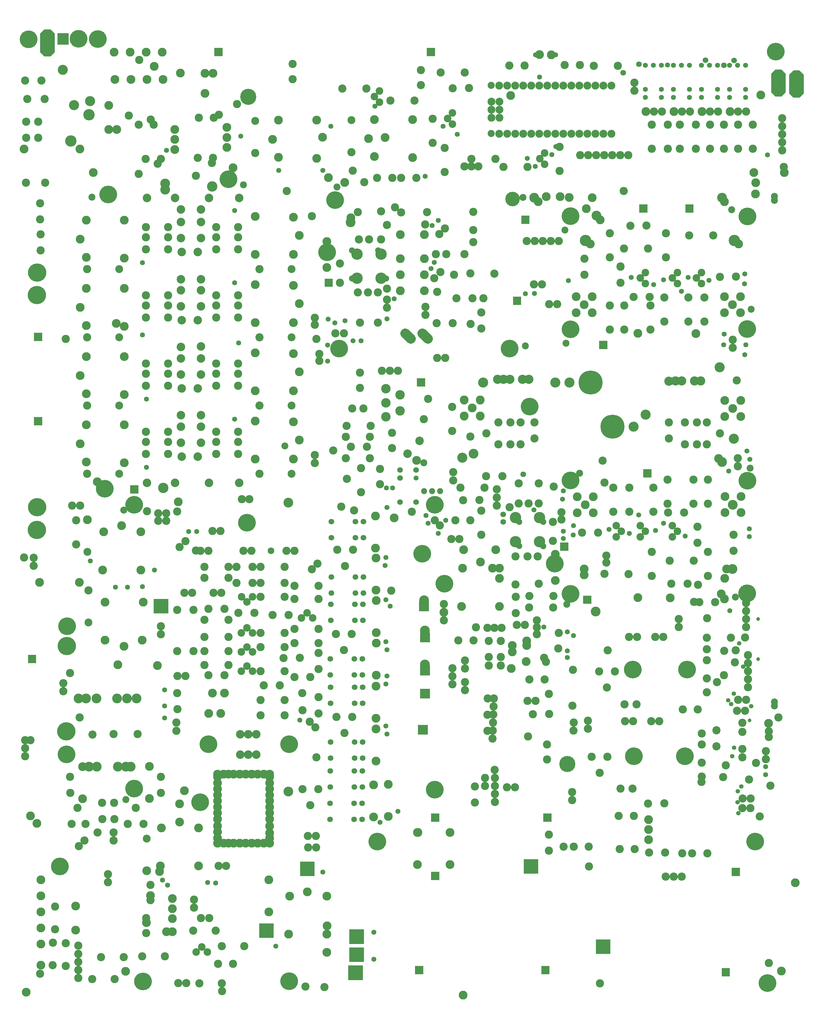
<source format=gbr>
%FSLAX34Y34*%
%MOMM*%
%LNSOLDERMASK_TOP*%
G71*
G01*
%ADD10C,2.600*%
%ADD11C,2.400*%
%ADD12C,2.800*%
%ADD13C,2.600*%
%ADD14C,5.100*%
%ADD15C,1.600*%
%ADD16C,3.600*%
%ADD17C,7.600*%
%ADD18C,3.200*%
%ADD19C,2.900*%
%ADD20C,2.600*%
%ADD21C,2.600*%
%ADD22C,5.600*%
%ADD23C,3.100*%
%ADD24C,2.400*%
%ADD25C,3.100*%
%ADD26C,3.600*%
%ADD27C,2.800*%
%ADD28C,3.000*%
%ADD29C,1.800*%
%ADD30C,1.600*%
%ADD31C,2.700*%
%ADD32C,2.700*%
%ADD33C,2.500*%
%ADD34C,4.600*%
%ADD35C,5.600*%
%ADD36C,2.700*%
%ADD37C,2.800*%
%ADD38C,2.100*%
%ADD39C,3.100*%
%ADD40C,2.800*%
%ADD41C,3.600*%
%ADD42C,3.300*%
%ADD43C,5.100*%
%ADD44C,3.200*%
%ADD45C,3.100*%
%ADD46C,1.900*%
%ADD47C,2.500*%
%ADD48C,2.250*%
%ADD49C,1.800*%
%ADD50C,1.600*%
%ADD51C,1.200*%
%ADD52C,1.400*%
%ADD53C,2.200*%
%ADD54C,5.800*%
%ADD55C,3.200*%
%ADD56C,2.800*%
%ADD57C,2.200*%
%ADD58C,1.900*%
%LPD*%
X381341Y1826369D02*
G54D10*
D03*
X381391Y1902619D02*
G54D10*
D03*
X300347Y1822969D02*
G54D10*
D03*
X300460Y1771988D02*
G54D10*
D03*
X414647Y1797569D02*
G54D10*
D03*
X414759Y1746588D02*
G54D10*
D03*
X381357Y1597769D02*
G54D10*
D03*
X381407Y1674019D02*
G54D10*
D03*
X502078Y1854383D02*
G54D10*
D03*
X425828Y1854433D02*
G54D10*
D03*
X427037Y1674019D02*
G54D10*
D03*
X426987Y1597769D02*
G54D10*
D03*
X559140Y1826368D02*
G54D10*
D03*
X559190Y1902618D02*
G54D10*
D03*
X456472Y1701853D02*
G54D10*
D03*
X554037Y1699419D02*
G54D10*
D03*
X553987Y1623169D02*
G54D10*
D03*
X630236Y1699419D02*
G54D10*
D03*
X630186Y1623169D02*
G54D10*
D03*
X681036Y1699419D02*
G54D10*
D03*
X680986Y1623169D02*
G54D10*
D03*
X780508Y1765464D02*
G54D10*
D03*
X729528Y1765351D02*
G54D10*
D03*
X709054Y1896187D02*
G54D10*
D03*
X632804Y1896237D02*
G54D10*
D03*
X493712Y1778794D02*
G54D11*
D03*
X477812Y1761219D02*
G54D11*
D03*
X493746Y1743603D02*
G54D11*
D03*
X595312Y1778794D02*
G54D11*
D03*
X579412Y1761219D02*
G54D11*
D03*
X595346Y1743603D02*
G54D11*
D03*
X671512Y1778794D02*
G54D11*
D03*
X655612Y1761219D02*
G54D11*
D03*
X671546Y1743603D02*
G54D11*
D03*
X274612Y1702694D02*
G54D12*
D03*
X325412Y1702694D02*
G54D12*
D03*
X300012Y1677294D02*
G54D12*
D03*
X325412Y1651894D02*
G54D12*
D03*
X274612Y1651894D02*
G54D12*
D03*
X744512Y1702694D02*
G54D12*
D03*
X795312Y1702694D02*
G54D12*
D03*
X769912Y1677294D02*
G54D12*
D03*
X795312Y1651894D02*
G54D12*
D03*
X744512Y1651894D02*
G54D12*
D03*
X446038Y1927003D02*
G54D10*
D03*
X497018Y1927116D02*
G54D10*
D03*
X381357Y1597769D02*
G54D13*
D03*
X256936Y1957388D02*
G54D14*
D03*
X507272Y1701853D02*
G54D10*
D03*
X509587Y1674019D02*
G54D10*
D03*
X509537Y1597769D02*
G54D10*
D03*
X338587Y1959169D02*
G54D10*
D03*
X249812Y1753394D02*
G54D15*
D03*
X426987Y1597769D02*
G54D13*
D03*
X509537Y1597769D02*
G54D13*
D03*
X553987Y1623169D02*
G54D13*
D03*
X630186Y1623169D02*
G54D13*
D03*
X816768Y1956594D02*
G54D14*
D03*
X256936Y1598612D02*
G54D14*
D03*
X816132Y1600200D02*
G54D14*
D03*
X306962Y1880394D02*
G54D15*
D03*
X303786Y1880395D02*
G54D16*
D03*
X775511Y1880395D02*
G54D16*
D03*
X389562Y1291153D02*
G54D17*
D03*
X319712Y1430854D02*
G54D17*
D03*
X253037Y1430853D02*
G54D18*
D03*
X456237Y1291153D02*
G54D18*
D03*
X44162Y1440953D02*
G54D19*
D03*
X124162Y1440953D02*
G54D20*
D03*
X589162Y1435953D02*
G54D20*
D03*
X669162Y1435953D02*
G54D20*
D03*
X124162Y1440953D02*
G54D19*
D03*
X589162Y1435953D02*
G54D19*
D03*
X669162Y1435953D02*
G54D12*
D03*
X64162Y1440953D02*
G54D19*
D03*
X104162Y1440953D02*
G54D19*
D03*
X609162Y1435954D02*
G54D19*
D03*
X649162Y1435953D02*
G54D19*
D03*
X-80263Y1324623D02*
G54D12*
D03*
X-80263Y1375423D02*
G54D12*
D03*
X-54863Y1350023D02*
G54D12*
D03*
X-29463Y1375424D02*
G54D12*
D03*
X-29463Y1324623D02*
G54D12*
D03*
X-80263Y1323353D02*
G54D21*
D03*
X-29463Y1323353D02*
G54D13*
D03*
X745237Y1323353D02*
G54D12*
D03*
X745237Y1374153D02*
G54D12*
D03*
X770637Y1348753D02*
G54D12*
D03*
X796037Y1374153D02*
G54D12*
D03*
X796037Y1323353D02*
G54D12*
D03*
X745237Y1323353D02*
G54D21*
D03*
X796037Y1323353D02*
G54D13*
D03*
X618694Y1234716D02*
G54D10*
D03*
X618694Y1304566D02*
G54D10*
D03*
X688544Y1234716D02*
G54D10*
D03*
X688544Y1304566D02*
G54D10*
D03*
X656794Y1304566D02*
G54D10*
D03*
X656794Y1234716D02*
G54D10*
D03*
X688545Y1234716D02*
G54D13*
D03*
X688545Y1304566D02*
G54D13*
D03*
X28144Y1234716D02*
G54D10*
D03*
X28144Y1304566D02*
G54D10*
D03*
X97994Y1234716D02*
G54D10*
D03*
X97994Y1304566D02*
G54D10*
D03*
X66244Y1304566D02*
G54D10*
D03*
X66244Y1234716D02*
G54D10*
D03*
X97995Y1234716D02*
G54D13*
D03*
X97995Y1304566D02*
G54D13*
D03*
X669162Y1435953D02*
G54D19*
D03*
X142445Y1304566D02*
G54D21*
D03*
X567895Y1304566D02*
G54D21*
D03*
X783437Y1437678D02*
G54D21*
D03*
X-61113Y1259878D02*
G54D21*
D03*
X-80263Y1374153D02*
G54D13*
D03*
X-29463Y1374154D02*
G54D13*
D03*
X745237Y1374153D02*
G54D13*
D03*
X796037Y1374153D02*
G54D13*
D03*
X796037Y1323353D02*
G54D13*
D03*
X256936Y1120775D02*
G54D14*
D03*
X816768Y1119982D02*
G54D22*
D03*
X256936Y762000D02*
G54D22*
D03*
X816132Y763588D02*
G54D14*
D03*
X770511Y1043782D02*
G54D23*
D03*
X-420088Y1760854D02*
G54D24*
D03*
X-343888Y1760854D02*
G54D24*
D03*
X-343888Y1837054D02*
G54D24*
D03*
X-420088Y1837054D02*
G54D24*
D03*
X-343976Y1972077D02*
G54D10*
D03*
X-343976Y1883177D02*
G54D10*
D03*
X-382076Y1883177D02*
G54D10*
D03*
X-413826Y1883177D02*
G54D10*
D03*
X-353620Y1620287D02*
G54D10*
D03*
X-417119Y1715537D02*
G54D10*
D03*
X-385370Y1715537D02*
G54D10*
D03*
X-353620Y1715537D02*
G54D10*
D03*
X-325137Y1727826D02*
G54D10*
D03*
X-417120Y1969537D02*
G54D10*
D03*
X-299526Y1984777D02*
G54D10*
D03*
X-137098Y1837088D02*
G54D10*
D03*
X-79948Y1837088D02*
G54D10*
D03*
X-51248Y1913288D02*
G54D10*
D03*
X-51248Y1970438D02*
G54D10*
D03*
X-112298Y1771464D02*
G54D10*
D03*
X-166250Y1717582D02*
G54D10*
D03*
X-112298Y1771464D02*
G54D13*
D03*
X15478Y1775516D02*
G54D10*
D03*
X-60772Y1775566D02*
G54D10*
D03*
X15478Y1775516D02*
G54D13*
D03*
X-105348Y1697388D02*
G54D10*
D03*
X-54548Y1697388D02*
G54D10*
D03*
X-54548Y1697388D02*
G54D10*
D03*
X-25941Y1601282D02*
G54D10*
D03*
X-26053Y1652262D02*
G54D10*
D03*
X-25941Y1601282D02*
G54D10*
D03*
X-51248Y1875188D02*
G54D10*
D03*
X-19498Y1697388D02*
G54D10*
D03*
X-170118Y1837088D02*
G54D10*
D03*
X-159198Y1900588D02*
G54D10*
D03*
X-282894Y1899092D02*
G54D12*
D03*
X-206694Y1899092D02*
G54D12*
D03*
X-282894Y1822892D02*
G54D12*
D03*
X-282894Y1772092D02*
G54D12*
D03*
X-282894Y1721292D02*
G54D12*
D03*
X-206694Y1822892D02*
G54D12*
D03*
X-206694Y1772092D02*
G54D12*
D03*
X-206694Y1721292D02*
G54D12*
D03*
X-206694Y1899092D02*
G54D10*
D03*
X-60443Y1616289D02*
G54D10*
D03*
X-116663Y1618534D02*
G54D10*
D03*
X-116663Y1618534D02*
G54D10*
D03*
X-167463Y1618534D02*
G54D10*
D03*
G54D25*
X-195511Y1569044D02*
X-213189Y1586722D01*
G54D25*
X-249486Y1569044D02*
X-267164Y1586722D01*
X-514351Y1843088D02*
G54D22*
D03*
X-198438Y1970088D02*
G54D21*
D03*
X-420088Y1837054D02*
G54D26*
D03*
X-420088Y1760854D02*
G54D26*
D03*
X-343888Y1760854D02*
G54D26*
D03*
X-343888Y1837054D02*
G54D26*
D03*
X158390Y1002652D02*
G54D24*
D03*
X82190Y1002652D02*
G54D24*
D03*
X82190Y926452D02*
G54D24*
D03*
X158390Y926452D02*
G54D24*
D03*
X82278Y791429D02*
G54D10*
D03*
X82278Y880329D02*
G54D10*
D03*
X120378Y880329D02*
G54D10*
D03*
X152128Y880329D02*
G54D10*
D03*
X155422Y1111469D02*
G54D10*
D03*
X91922Y1111469D02*
G54D10*
D03*
X155421Y1047969D02*
G54D10*
D03*
X123672Y1047969D02*
G54D10*
D03*
X91922Y1047969D02*
G54D10*
D03*
X63439Y1035680D02*
G54D10*
D03*
X155422Y793969D02*
G54D10*
D03*
X203440Y1101393D02*
G54D21*
D03*
X158390Y926452D02*
G54D26*
D03*
X158390Y1002652D02*
G54D26*
D03*
X82190Y1002652D02*
G54D26*
D03*
X82190Y926452D02*
G54D26*
D03*
X-89068Y722258D02*
G54D12*
D03*
X-85894Y842908D02*
G54D12*
D03*
X31582Y722258D02*
G54D12*
D03*
X31582Y842908D02*
G54D12*
D03*
X-28743Y862372D02*
G54D12*
D03*
X-85894Y842908D02*
G54D27*
D03*
X-82272Y901727D02*
G54D12*
D03*
X19328Y901726D02*
G54D12*
D03*
X-82272Y901727D02*
G54D12*
D03*
X-283839Y1391601D02*
G54D28*
D03*
X-283839Y1340801D02*
G54D28*
D03*
X-328289Y1366202D02*
G54D28*
D03*
X-328289Y1321751D02*
G54D28*
D03*
X-328289Y1410651D02*
G54D28*
D03*
X-315589Y1467801D02*
G54D10*
D03*
X-340989Y1467801D02*
G54D10*
D03*
X-290189Y1467801D02*
G54D10*
D03*
X-376674Y1293176D02*
G54D10*
D03*
X-452924Y1293226D02*
G54D10*
D03*
X-455616Y1258916D02*
G54D10*
D03*
X-379366Y1258866D02*
G54D10*
D03*
X-439682Y1227440D02*
G54D10*
D03*
X-388702Y1227552D02*
G54D10*
D03*
X-410839Y1461539D02*
G54D10*
D03*
X-410839Y1413739D02*
G54D10*
D03*
X-407229Y1159914D02*
G54D10*
D03*
X-407279Y1083665D02*
G54D10*
D03*
X-347339Y1108852D02*
G54D10*
D03*
X-347339Y1156651D02*
G54D10*
D03*
X-434783Y1348695D02*
G54D10*
D03*
X-399683Y1348696D02*
G54D10*
D03*
X-309239Y1223151D02*
G54D10*
D03*
X-309239Y1270952D02*
G54D10*
D03*
X-455561Y1191269D02*
G54D10*
D03*
X-379311Y1191219D02*
G54D10*
D03*
X-208364Y1314846D02*
G54D10*
D03*
X-347339Y1108852D02*
G54D10*
D03*
G36*
X-204289Y1443971D02*
X-204289Y1417971D01*
X-230289Y1417971D01*
X-230289Y1443971D01*
X-204289Y1443971D01*
G37*
X-233039Y1153390D02*
G54D29*
D03*
X-233039Y1127990D02*
G54D30*
D03*
X-283839Y1153389D02*
G54D30*
D03*
X-283839Y1127989D02*
G54D29*
D03*
X-233039Y1051789D02*
G54D30*
D03*
X-283839Y1051789D02*
G54D30*
D03*
X-231007Y1184155D02*
G54D12*
D03*
X-246702Y1021650D02*
G54D21*
D03*
X-283839Y1153389D02*
G54D29*
D03*
X-233039Y1051789D02*
G54D29*
D03*
X-283839Y1051789D02*
G54D29*
D03*
X-1018830Y1204702D02*
G54D10*
D03*
X-1088680Y1204702D02*
G54D10*
D03*
X-1018830Y1274552D02*
G54D10*
D03*
X-1088680Y1274552D02*
G54D10*
D03*
X-1088680Y1242802D02*
G54D10*
D03*
X-1018830Y1242802D02*
G54D10*
D03*
X-975422Y1195931D02*
G54D31*
D03*
X-924440Y1196043D02*
G54D31*
D03*
X-796580Y1204702D02*
G54D10*
D03*
X-866430Y1204702D02*
G54D10*
D03*
X-796580Y1274552D02*
G54D10*
D03*
X-866430Y1274552D02*
G54D10*
D03*
X-866430Y1242802D02*
G54D10*
D03*
X-796580Y1242802D02*
G54D10*
D03*
X-914357Y1240029D02*
G54D10*
D03*
X-914470Y1291009D02*
G54D10*
D03*
X-977857Y1240029D02*
G54D10*
D03*
X-977970Y1291009D02*
G54D10*
D03*
X-796580Y1274552D02*
G54D13*
D03*
X-866430Y1274552D02*
G54D13*
D03*
X-914470Y1291010D02*
G54D32*
D03*
X-977970Y1291010D02*
G54D13*
D03*
X-1018830Y1274552D02*
G54D13*
D03*
X-1088680Y1274552D02*
G54D13*
D03*
X-977857Y1240029D02*
G54D31*
D03*
X-977970Y1291009D02*
G54D31*
D03*
X-914470Y1291009D02*
G54D31*
D03*
X-914357Y1240029D02*
G54D31*
D03*
X-742367Y1308994D02*
G54D12*
D03*
X-621717Y1305820D02*
G54D12*
D03*
X-742367Y1188344D02*
G54D12*
D03*
X-621717Y1188344D02*
G54D12*
D03*
X-602904Y1248669D02*
G54D12*
D03*
X-728860Y1142064D02*
G54D33*
D03*
X-627260Y1142065D02*
G54D33*
D03*
X-621717Y1305820D02*
G54D12*
D03*
X-1157362Y1176256D02*
G54D12*
D03*
X-1278012Y1179430D02*
G54D12*
D03*
X-1157362Y1296906D02*
G54D12*
D03*
X-1278012Y1296906D02*
G54D12*
D03*
X-1296824Y1236581D02*
G54D12*
D03*
X-1278011Y1179430D02*
G54D12*
D03*
X-1278012Y1296906D02*
G54D12*
D03*
X-1274960Y1142064D02*
G54D33*
D03*
X-1173360Y1142065D02*
G54D33*
D03*
X-728860Y1142064D02*
G54D10*
D03*
X-1274960Y1142064D02*
G54D10*
D03*
X-1018830Y1420602D02*
G54D10*
D03*
X-1088680Y1420602D02*
G54D10*
D03*
X-1018830Y1490452D02*
G54D10*
D03*
X-1088680Y1490452D02*
G54D10*
D03*
X-1088680Y1458702D02*
G54D10*
D03*
X-1018830Y1458702D02*
G54D10*
D03*
X-975422Y1411831D02*
G54D31*
D03*
X-924440Y1411943D02*
G54D31*
D03*
X-796580Y1420602D02*
G54D10*
D03*
X-866430Y1420602D02*
G54D10*
D03*
X-796580Y1490452D02*
G54D10*
D03*
X-866430Y1490452D02*
G54D10*
D03*
X-866430Y1458702D02*
G54D10*
D03*
X-796580Y1458702D02*
G54D10*
D03*
X-914357Y1455929D02*
G54D10*
D03*
X-914470Y1506910D02*
G54D10*
D03*
X-977857Y1455929D02*
G54D10*
D03*
X-977970Y1506909D02*
G54D10*
D03*
X-796580Y1490452D02*
G54D13*
D03*
X-866430Y1490452D02*
G54D13*
D03*
X-914470Y1506910D02*
G54D32*
D03*
X-977970Y1506910D02*
G54D13*
D03*
X-1018830Y1490452D02*
G54D13*
D03*
X-1088680Y1490452D02*
G54D13*
D03*
X-977857Y1455929D02*
G54D31*
D03*
X-977970Y1506909D02*
G54D31*
D03*
X-914470Y1506910D02*
G54D31*
D03*
X-914357Y1455929D02*
G54D31*
D03*
X-742367Y1524894D02*
G54D12*
D03*
X-621717Y1521720D02*
G54D12*
D03*
X-742367Y1404244D02*
G54D12*
D03*
X-621717Y1404244D02*
G54D12*
D03*
X-602904Y1464569D02*
G54D12*
D03*
X-728860Y1357964D02*
G54D33*
D03*
X-627260Y1357965D02*
G54D33*
D03*
X-621717Y1521720D02*
G54D12*
D03*
X-1157362Y1392156D02*
G54D12*
D03*
X-1278012Y1395330D02*
G54D12*
D03*
X-1157362Y1512806D02*
G54D12*
D03*
X-1278012Y1512806D02*
G54D12*
D03*
X-1296824Y1452481D02*
G54D12*
D03*
X-1278011Y1395329D02*
G54D12*
D03*
X-1278012Y1512806D02*
G54D12*
D03*
X-1274960Y1357964D02*
G54D33*
D03*
X-1173360Y1357965D02*
G54D33*
D03*
X-728860Y1357964D02*
G54D10*
D03*
X-1274960Y1357964D02*
G54D10*
D03*
X-1018830Y1636502D02*
G54D10*
D03*
X-1088680Y1636502D02*
G54D10*
D03*
X-1018830Y1706352D02*
G54D10*
D03*
X-1088680Y1706352D02*
G54D10*
D03*
X-1088680Y1674602D02*
G54D10*
D03*
X-1018830Y1674602D02*
G54D10*
D03*
X-975422Y1627731D02*
G54D31*
D03*
X-924440Y1627843D02*
G54D31*
D03*
X-796580Y1636502D02*
G54D10*
D03*
X-866430Y1636502D02*
G54D10*
D03*
X-796580Y1706352D02*
G54D10*
D03*
X-866430Y1706352D02*
G54D10*
D03*
X-866430Y1674602D02*
G54D10*
D03*
X-796580Y1674602D02*
G54D10*
D03*
X-914357Y1671829D02*
G54D10*
D03*
X-914470Y1722810D02*
G54D10*
D03*
X-977857Y1671829D02*
G54D10*
D03*
X-977970Y1722810D02*
G54D10*
D03*
X-796580Y1706352D02*
G54D13*
D03*
X-866430Y1706352D02*
G54D13*
D03*
X-914470Y1722810D02*
G54D32*
D03*
X-977970Y1722810D02*
G54D13*
D03*
X-1018830Y1706352D02*
G54D13*
D03*
X-1088680Y1706352D02*
G54D13*
D03*
X-977857Y1671829D02*
G54D31*
D03*
X-977970Y1722810D02*
G54D31*
D03*
X-914470Y1722810D02*
G54D31*
D03*
X-914357Y1671829D02*
G54D31*
D03*
X-742367Y1740794D02*
G54D12*
D03*
X-621717Y1737620D02*
G54D12*
D03*
X-742367Y1620144D02*
G54D12*
D03*
X-621717Y1620144D02*
G54D12*
D03*
X-602904Y1680469D02*
G54D12*
D03*
X-728860Y1573864D02*
G54D33*
D03*
X-627260Y1573864D02*
G54D33*
D03*
X-621717Y1737620D02*
G54D12*
D03*
X-1157362Y1608056D02*
G54D12*
D03*
X-1278012Y1611230D02*
G54D12*
D03*
X-1157362Y1728706D02*
G54D12*
D03*
X-1278012Y1728706D02*
G54D12*
D03*
X-1296824Y1668381D02*
G54D12*
D03*
X-1278011Y1611230D02*
G54D12*
D03*
X-1278012Y1728706D02*
G54D12*
D03*
X-1274960Y1573864D02*
G54D33*
D03*
X-1173360Y1573864D02*
G54D33*
D03*
X-728860Y1573864D02*
G54D10*
D03*
X-1274960Y1573864D02*
G54D10*
D03*
X-1018830Y1852402D02*
G54D10*
D03*
X-1088680Y1852402D02*
G54D10*
D03*
X-1018830Y1922252D02*
G54D10*
D03*
X-1088680Y1922252D02*
G54D10*
D03*
X-1088680Y1890502D02*
G54D10*
D03*
X-1018830Y1890502D02*
G54D10*
D03*
X-975422Y1843631D02*
G54D31*
D03*
X-924440Y1843743D02*
G54D31*
D03*
X-796580Y1852402D02*
G54D10*
D03*
X-866430Y1852402D02*
G54D10*
D03*
X-796580Y1922252D02*
G54D10*
D03*
X-866430Y1922252D02*
G54D10*
D03*
X-866430Y1890502D02*
G54D10*
D03*
X-796580Y1890502D02*
G54D10*
D03*
X-914357Y1887729D02*
G54D10*
D03*
X-914470Y1938710D02*
G54D10*
D03*
X-977857Y1887729D02*
G54D10*
D03*
X-977970Y1938709D02*
G54D10*
D03*
X-796580Y1922252D02*
G54D13*
D03*
X-866430Y1922252D02*
G54D13*
D03*
X-914470Y1938710D02*
G54D32*
D03*
X-977970Y1938710D02*
G54D13*
D03*
X-1018830Y1922252D02*
G54D13*
D03*
X-1088680Y1922252D02*
G54D13*
D03*
X-977857Y1887729D02*
G54D31*
D03*
X-977970Y1938709D02*
G54D31*
D03*
X-914470Y1938709D02*
G54D31*
D03*
X-914357Y1887729D02*
G54D31*
D03*
X-742367Y1956694D02*
G54D12*
D03*
X-621717Y1953520D02*
G54D12*
D03*
X-742367Y1836044D02*
G54D12*
D03*
X-621717Y1836044D02*
G54D12*
D03*
X-602904Y1896369D02*
G54D12*
D03*
X-728860Y1789764D02*
G54D33*
D03*
X-627260Y1789764D02*
G54D33*
D03*
X-621717Y1953520D02*
G54D12*
D03*
X-1157362Y1823956D02*
G54D12*
D03*
X-1278012Y1827130D02*
G54D12*
D03*
X-1157362Y1944606D02*
G54D12*
D03*
X-1278012Y1944606D02*
G54D12*
D03*
X-1296824Y1884281D02*
G54D12*
D03*
X-1278011Y1827130D02*
G54D12*
D03*
X-1278012Y1944606D02*
G54D12*
D03*
X-1274960Y1789764D02*
G54D33*
D03*
X-1173360Y1789764D02*
G54D33*
D03*
X-728860Y1789764D02*
G54D10*
D03*
X-1274960Y1789764D02*
G54D10*
D03*
X-793706Y1113029D02*
G54D31*
D03*
X-793706Y1113029D02*
G54D31*
D03*
X-888956Y1113029D02*
G54D31*
D03*
X-888956Y1113029D02*
G54D31*
D03*
X-996906Y1113029D02*
G54D31*
D03*
X-996906Y1113029D02*
G54D31*
D03*
X-1085806Y1113029D02*
G54D31*
D03*
X-1085806Y1113029D02*
G54D31*
D03*
X-793706Y2014729D02*
G54D31*
D03*
X-793706Y2014729D02*
G54D31*
D03*
X-888956Y2014729D02*
G54D31*
D03*
X-888956Y2014729D02*
G54D31*
D03*
X-996906Y2014729D02*
G54D31*
D03*
X-996906Y2014729D02*
G54D31*
D03*
X-1085806Y2014729D02*
G54D31*
D03*
X-1085806Y2014729D02*
G54D31*
D03*
X-1342442Y1568199D02*
G54D21*
D03*
X-548692Y1568199D02*
G54D21*
D03*
X63261Y1538287D02*
G54D22*
D03*
X72785Y2011362D02*
G54D34*
D03*
X-476490Y1538287D02*
G54D22*
D03*
X-489190Y2008188D02*
G54D22*
D03*
X-1097543Y735513D02*
G54D12*
D03*
X-1100717Y614863D02*
G54D12*
D03*
X-1218192Y735513D02*
G54D12*
D03*
X-1218192Y614863D02*
G54D12*
D03*
X-1157868Y596050D02*
G54D12*
D03*
X-1225742Y837382D02*
G54D12*
D03*
X-1222568Y958032D02*
G54D12*
D03*
X-1105092Y837382D02*
G54D12*
D03*
X-1105093Y958032D02*
G54D12*
D03*
X-1165418Y977320D02*
G54D12*
D03*
X-1270822Y772806D02*
G54D33*
D03*
X-1270822Y671206D02*
G54D33*
D03*
X-1270822Y772806D02*
G54D10*
D03*
X-1274620Y996002D02*
G54D33*
D03*
X-1274620Y894401D02*
G54D33*
D03*
X-1274620Y996002D02*
G54D10*
D03*
X-1274620Y996002D02*
G54D12*
D03*
X-1100717Y614863D02*
G54D12*
D03*
X-1105093Y958032D02*
G54D12*
D03*
X-1222568Y958032D02*
G54D12*
D03*
X-1105093Y958032D02*
G54D12*
D03*
X-1126332Y1043782D02*
G54D14*
D03*
X-173832Y1043782D02*
G54D14*
D03*
X-1126332Y145257D02*
G54D14*
D03*
X-173832Y142082D02*
G54D22*
D03*
X818819Y567872D02*
G54D21*
D03*
X818820Y542472D02*
G54D21*
D03*
X801356Y353560D02*
G54D21*
D03*
X801357Y324984D02*
G54D21*
D03*
X787635Y426622D02*
G54D21*
D03*
X813035Y426622D02*
G54D21*
D03*
X-207799Y741281D02*
G54D23*
D03*
X-204624Y646031D02*
G54D23*
D03*
X-204624Y538081D02*
G54D23*
D03*
G36*
X-189124Y430506D02*
X-220124Y430506D01*
X-220124Y461506D01*
X-189124Y461506D01*
X-189124Y430506D01*
G37*
X-635193Y285543D02*
G54D35*
D03*
X-890894Y285443D02*
G54D35*
D03*
X-790168Y317368D02*
G54D36*
D03*
X-764794Y317243D02*
G54D36*
D03*
X-739350Y317268D02*
G54D36*
D03*
X-542088Y383627D02*
G54D10*
D03*
X-542263Y434619D02*
G54D10*
D03*
X-840018Y447493D02*
G54D37*
D03*
X-889418Y383393D02*
G54D37*
D03*
X-851418Y383393D02*
G54D37*
D03*
X-878118Y447493D02*
G54D37*
D03*
X-989294Y396643D02*
G54D10*
D03*
X-989418Y447560D02*
G54D10*
D03*
X-725768Y425218D02*
G54D10*
D03*
X-649518Y425168D02*
G54D10*
D03*
X-991868Y328518D02*
G54D10*
D03*
X-991868Y354018D02*
G54D10*
D03*
X-725768Y377593D02*
G54D10*
D03*
X-649519Y377543D02*
G54D10*
D03*
X-751168Y796693D02*
G54D10*
D03*
X-802085Y796568D02*
G54D10*
D03*
X-786094Y752243D02*
G54D11*
D03*
X-768518Y736343D02*
G54D11*
D03*
X-750902Y752278D02*
G54D11*
D03*
X-779744Y898293D02*
G54D10*
D03*
X-754318Y898343D02*
G54D10*
D03*
X-725768Y752243D02*
G54D10*
D03*
X-649594Y752243D02*
G54D10*
D03*
X-903568Y812568D02*
G54D10*
D03*
X-827318Y812518D02*
G54D10*
D03*
X-744818Y701443D02*
G54D10*
D03*
X-795735Y701318D02*
G54D10*
D03*
X-751168Y637943D02*
G54D11*
D03*
X-768768Y653843D02*
G54D11*
D03*
X-786360Y637908D02*
G54D11*
D03*
X-750794Y577543D02*
G54D11*
D03*
X-768768Y593518D02*
G54D11*
D03*
X-786360Y577583D02*
G54D11*
D03*
X-725768Y637943D02*
G54D10*
D03*
X-649594Y637943D02*
G54D10*
D03*
X-751169Y517243D02*
G54D11*
D03*
X-768768Y533193D02*
G54D11*
D03*
X-786360Y517258D02*
G54D11*
D03*
X-903568Y580793D02*
G54D10*
D03*
X-827318Y580743D02*
G54D10*
D03*
X-903360Y536614D02*
G54D10*
D03*
X-827110Y536564D02*
G54D10*
D03*
X-725768Y517293D02*
G54D10*
D03*
X-649494Y517243D02*
G54D10*
D03*
X-664448Y472503D02*
G54D10*
D03*
X-715364Y472378D02*
G54D10*
D03*
X-725768Y593493D02*
G54D10*
D03*
X-649518Y593443D02*
G54D10*
D03*
X-568493Y498643D02*
G54D21*
D03*
X-593477Y447711D02*
G54D21*
D03*
X-618376Y498758D02*
G54D21*
D03*
X-560668Y685568D02*
G54D11*
D03*
X-578469Y701368D02*
G54D11*
D03*
X-595859Y685533D02*
G54D11*
D03*
X-916268Y898293D02*
G54D10*
D03*
X-890694Y898243D02*
G54D10*
D03*
X-617818Y787168D02*
G54D10*
D03*
X-541568Y787118D02*
G54D10*
D03*
X-617818Y745893D02*
G54D10*
D03*
X-541568Y745843D02*
G54D10*
D03*
X-636868Y695093D02*
G54D10*
D03*
X-687785Y694968D02*
G54D10*
D03*
X-617818Y650643D02*
G54D10*
D03*
X-541568Y650593D02*
G54D10*
D03*
X-541668Y523618D02*
G54D10*
D03*
X-541781Y574598D02*
G54D10*
D03*
X-541619Y606193D02*
G54D10*
D03*
X-617894Y606243D02*
G54D10*
D03*
X-967018Y764968D02*
G54D10*
D03*
X-942156Y764656D02*
G54D10*
D03*
X-938494Y580793D02*
G54D10*
D03*
X-989468Y580643D02*
G54D10*
D03*
X-903568Y625243D02*
G54D10*
D03*
X-827318Y625193D02*
G54D10*
D03*
X-840068Y504593D02*
G54D10*
D03*
X-891044Y504443D02*
G54D10*
D03*
X-963468Y501443D02*
G54D10*
D03*
X-988768Y501743D02*
G54D10*
D03*
X-938494Y710968D02*
G54D10*
D03*
X-989468Y710868D02*
G54D10*
D03*
X-617818Y898293D02*
G54D10*
D03*
X-643294Y898293D02*
G54D10*
D03*
X-903568Y679218D02*
G54D10*
D03*
X-827318Y679168D02*
G54D10*
D03*
X-840094Y714168D02*
G54D10*
D03*
X-890994Y713968D02*
G54D10*
D03*
X-874994Y764943D02*
G54D10*
D03*
X-850094Y764643D02*
G54D10*
D03*
X-725768Y796693D02*
G54D10*
D03*
X-649594Y796693D02*
G54D10*
D03*
X-725768Y847493D02*
G54D10*
D03*
X-649594Y847543D02*
G54D10*
D03*
X-903594Y847543D02*
G54D10*
D03*
X-827393Y847543D02*
G54D10*
D03*
X-751168Y847493D02*
G54D10*
D03*
X-802085Y847368D02*
G54D10*
D03*
X-692544Y898293D02*
G54D38*
D03*
X-652468Y558878D02*
G54D10*
D03*
X-601488Y558990D02*
G54D10*
D03*
X-592369Y393418D02*
G54D10*
D03*
X-739294Y252943D02*
G54D36*
D03*
X-764594Y253143D02*
G54D36*
D03*
X-790081Y253074D02*
G54D36*
D03*
X-402044Y241632D02*
G54D30*
D03*
X-427444Y241632D02*
G54D30*
D03*
X-402044Y292432D02*
G54D30*
D03*
X-427444Y292432D02*
G54D30*
D03*
X-503644Y241632D02*
G54D29*
D03*
X-503644Y292432D02*
G54D30*
D03*
X-359435Y232748D02*
G54D12*
D03*
X-359435Y334348D02*
G54D12*
D03*
X-321242Y158639D02*
G54D12*
D03*
X-402044Y415066D02*
G54D30*
D03*
X-427444Y415067D02*
G54D30*
D03*
X-402044Y465866D02*
G54D30*
D03*
X-427444Y465866D02*
G54D30*
D03*
X-503644Y415066D02*
G54D30*
D03*
X-503644Y465866D02*
G54D30*
D03*
X-435144Y372437D02*
G54D21*
D03*
X-460127Y321504D02*
G54D21*
D03*
X-485026Y372551D02*
G54D21*
D03*
X-399662Y764317D02*
G54D30*
D03*
X-425062Y764316D02*
G54D30*
D03*
X-399662Y815116D02*
G54D30*
D03*
X-425062Y815116D02*
G54D30*
D03*
X-501262Y764316D02*
G54D30*
D03*
X-501262Y815116D02*
G54D30*
D03*
X-399662Y939735D02*
G54D30*
D03*
X-425062Y939735D02*
G54D30*
D03*
X-399662Y990536D02*
G54D30*
D03*
X-425062Y990535D02*
G54D30*
D03*
X-501262Y939736D02*
G54D30*
D03*
X-501262Y990535D02*
G54D30*
D03*
X-432762Y901074D02*
G54D21*
D03*
X-457746Y850142D02*
G54D21*
D03*
X-482645Y901188D02*
G54D21*
D03*
X-436731Y634771D02*
G54D21*
D03*
X-461714Y583839D02*
G54D21*
D03*
X-486614Y634886D02*
G54D21*
D03*
X-401250Y677798D02*
G54D30*
D03*
X-426650Y677798D02*
G54D30*
D03*
X-401250Y728598D02*
G54D30*
D03*
X-426650Y728598D02*
G54D30*
D03*
X-502850Y677798D02*
G54D30*
D03*
X-502850Y728598D02*
G54D30*
D03*
X-402837Y505554D02*
G54D30*
D03*
X-428237Y505554D02*
G54D30*
D03*
X-402837Y556354D02*
G54D30*
D03*
X-428237Y556354D02*
G54D30*
D03*
X-504437Y505554D02*
G54D30*
D03*
X-504437Y556354D02*
G54D30*
D03*
X-359435Y368083D02*
G54D12*
D03*
X-359435Y469683D02*
G54D12*
D03*
X-359038Y504211D02*
G54D12*
D03*
X-359038Y605811D02*
G54D12*
D03*
X-359038Y638752D02*
G54D12*
D03*
X-359038Y740352D02*
G54D12*
D03*
X-360228Y773292D02*
G54D12*
D03*
X-360228Y874892D02*
G54D12*
D03*
X-361816Y906642D02*
G54D12*
D03*
X-361816Y1008242D02*
G54D12*
D03*
X-311543Y772086D02*
G54D21*
D03*
X-548874Y244242D02*
G54D21*
D03*
X-503644Y292432D02*
G54D29*
D03*
X-427444Y241632D02*
G54D29*
D03*
X-402044Y241632D02*
G54D29*
D03*
X-427444Y292432D02*
G54D29*
D03*
X-402044Y292432D02*
G54D29*
D03*
X-503644Y415066D02*
G54D29*
D03*
X-503644Y465866D02*
G54D29*
D03*
X-427444Y415067D02*
G54D29*
D03*
X-402044Y415066D02*
G54D29*
D03*
X-402044Y465866D02*
G54D29*
D03*
X-427443Y465866D02*
G54D29*
D03*
X-428237Y505554D02*
G54D29*
D03*
X-402837Y505554D02*
G54D29*
D03*
X-402837Y556354D02*
G54D29*
D03*
X-428237Y556354D02*
G54D29*
D03*
X-504437Y505554D02*
G54D29*
D03*
X-504437Y556354D02*
G54D29*
D03*
X-502850Y677798D02*
G54D29*
D03*
X-426650Y677798D02*
G54D29*
D03*
X-502850Y728598D02*
G54D29*
D03*
X-426650Y728598D02*
G54D29*
D03*
X-401250Y728598D02*
G54D29*
D03*
X-401250Y677798D02*
G54D29*
D03*
X-501262Y764316D02*
G54D29*
D03*
X-501262Y815116D02*
G54D29*
D03*
X-425062Y764316D02*
G54D29*
D03*
X-399662Y764317D02*
G54D29*
D03*
X-399662Y815116D02*
G54D29*
D03*
X-425062Y815117D02*
G54D29*
D03*
X-501262Y939736D02*
G54D29*
D03*
X-501262Y990535D02*
G54D29*
D03*
X-425062Y939735D02*
G54D29*
D03*
X-399662Y939735D02*
G54D29*
D03*
X-399662Y990536D02*
G54D29*
D03*
X-425062Y990535D02*
G54D29*
D03*
X-436731Y634771D02*
G54D21*
D03*
X-432762Y901074D02*
G54D21*
D03*
X-404028Y47959D02*
G54D30*
D03*
X-429428Y47959D02*
G54D30*
D03*
X-404028Y98759D02*
G54D30*
D03*
X-429428Y98759D02*
G54D30*
D03*
X-505628Y47959D02*
G54D29*
D03*
X-505628Y98759D02*
G54D30*
D03*
X-505628Y98759D02*
G54D29*
D03*
X-429428Y47959D02*
G54D29*
D03*
X-404028Y47959D02*
G54D29*
D03*
X-429428Y98759D02*
G54D29*
D03*
X-404028Y98759D02*
G54D29*
D03*
X-542697Y143837D02*
G54D21*
D03*
X-567680Y92904D02*
G54D21*
D03*
X-592579Y143951D02*
G54D21*
D03*
X-367280Y157448D02*
G54D12*
D03*
X-367280Y55849D02*
G54D12*
D03*
X-321242Y158639D02*
G54D12*
D03*
X-321242Y57039D02*
G54D12*
D03*
X-403234Y150353D02*
G54D30*
D03*
X-428634Y150353D02*
G54D30*
D03*
X-403234Y201153D02*
G54D30*
D03*
X-428634Y201153D02*
G54D30*
D03*
X-504834Y150352D02*
G54D29*
D03*
X-504835Y201153D02*
G54D30*
D03*
X-504835Y201153D02*
G54D29*
D03*
X-428634Y150353D02*
G54D29*
D03*
X-403234Y150353D02*
G54D29*
D03*
X-428635Y201153D02*
G54D29*
D03*
X-403234Y201153D02*
G54D29*
D03*
X-637734Y1050275D02*
G54D39*
D03*
X-637734Y135875D02*
G54D23*
D03*
X-696749Y87231D02*
G54D40*
D03*
X-696749Y106281D02*
G54D40*
D03*
X-696749Y125331D02*
G54D40*
D03*
X-696749Y144381D02*
G54D40*
D03*
X-696749Y163431D02*
G54D40*
D03*
X-696749Y182481D02*
G54D40*
D03*
X-696749Y185656D02*
G54D40*
D03*
X-696749Y68181D02*
G54D40*
D03*
X-696749Y49131D02*
G54D40*
D03*
X-696749Y26906D02*
G54D40*
D03*
X-301818Y1002482D02*
G54D12*
D03*
X-410769Y1620287D02*
G54D10*
D03*
X219210Y638233D02*
G54D10*
D03*
X812470Y707572D02*
G54D21*
D03*
X812470Y682172D02*
G54D21*
D03*
X812470Y656772D02*
G54D21*
D03*
X141314Y2015703D02*
G54D23*
D03*
X736679Y2015534D02*
G54D23*
D03*
X736678Y1178921D02*
G54D12*
D03*
X325464Y2015703D02*
G54D12*
D03*
X223864Y2018878D02*
G54D12*
D03*
X179414Y2018878D02*
G54D12*
D03*
X-1309688Y994569D02*
G54D10*
D03*
X-1309738Y918319D02*
G54D10*
D03*
X-1309738Y918319D02*
G54D13*
D03*
X-1322623Y1040998D02*
G54D10*
D03*
X-1297148Y1040998D02*
G54D10*
D03*
X-461452Y1586314D02*
G54D10*
D03*
X-488439Y1586314D02*
G54D10*
D03*
X-324926Y1692677D02*
G54D10*
D03*
X-324926Y1667277D02*
G54D10*
D03*
X-324926Y1632352D02*
G54D15*
D03*
X-490026Y1619652D02*
G54D15*
D03*
X770448Y1565677D02*
G54D10*
D03*
X770448Y1540277D02*
G54D10*
D03*
X743346Y1583373D02*
G54D15*
D03*
X786324Y1191027D02*
G54D10*
D03*
X786324Y1165627D02*
G54D10*
D03*
X814962Y1213644D02*
G54D15*
D03*
X227524Y1019577D02*
G54D10*
D03*
X227524Y997352D02*
G54D10*
D03*
X230762Y1061244D02*
G54D15*
D03*
X233936Y959644D02*
G54D15*
D03*
X-157877Y978770D02*
G54D10*
D03*
X-173593Y994486D02*
G54D10*
D03*
X-162938Y953294D02*
G54D15*
D03*
X-194688Y985044D02*
G54D15*
D03*
X-458276Y1626002D02*
G54D15*
D03*
X741874Y1549802D02*
G54D15*
D03*
X811724Y1549802D02*
G54D15*
D03*
X808612Y1518444D02*
G54D15*
D03*
X824424Y1187852D02*
G54D15*
D03*
X757812Y1150144D02*
G54D15*
D03*
X-432876Y1562502D02*
G54D15*
D03*
X-407476Y1562502D02*
G54D15*
D03*
X233874Y1087840D02*
G54D15*
D03*
X233874Y937027D02*
G54D15*
D03*
X-201895Y1010052D02*
G54D15*
D03*
X-139189Y994177D02*
G54D15*
D03*
X-1180042Y430686D02*
G54D23*
D03*
X-1245129Y430686D02*
G54D23*
D03*
X-1177660Y214786D02*
G54D23*
D03*
X-1244732Y214786D02*
G54D23*
D03*
X-1148688Y430686D02*
G54D23*
D03*
X-1278070Y430686D02*
G54D23*
D03*
X-1137179Y214786D02*
G54D23*
D03*
X-1191301Y317983D02*
G54D10*
D03*
X-1115051Y317934D02*
G54D10*
D03*
X-1299011Y370338D02*
G54D10*
D03*
X-1257829Y316386D02*
G54D10*
D03*
X-1077475Y215620D02*
G54D12*
D03*
X-1077475Y114020D02*
G54D12*
D03*
X-1289579Y214786D02*
G54D12*
D03*
X-1289579Y113186D02*
G54D12*
D03*
X-1041569Y182569D02*
G54D10*
D03*
X-1041457Y131588D02*
G54D10*
D03*
X-1328906Y182569D02*
G54D10*
D03*
X-1328794Y131588D02*
G54D10*
D03*
X-1305189Y84343D02*
G54D21*
D03*
X-1280290Y33296D02*
G54D21*
D03*
X-1146023Y33411D02*
G54D21*
D03*
X-1121039Y84343D02*
G54D21*
D03*
X-1096140Y33296D02*
G54D21*
D03*
X-1189206Y100018D02*
G54D10*
D03*
X-1189094Y49038D02*
G54D10*
D03*
X-1227306Y100018D02*
G54D10*
D03*
X-1227194Y49038D02*
G54D10*
D03*
X-1191251Y6783D02*
G54D10*
D03*
X-1242051Y6783D02*
G54D10*
D03*
X-1302279Y430686D02*
G54D23*
D03*
X-1118129Y430686D02*
G54D23*
D03*
X-1323823Y33411D02*
G54D21*
D03*
X-991868Y354018D02*
G54D10*
D03*
X-1350643Y453137D02*
G54D10*
D03*
X-1350644Y478637D02*
G54D10*
D03*
X-548060Y2140082D02*
G54D12*
D03*
X-668710Y2143255D02*
G54D12*
D03*
X-548060Y2260732D02*
G54D12*
D03*
X-668710Y2260732D02*
G54D12*
D03*
X-687522Y2200406D02*
G54D12*
D03*
X-668710Y2143255D02*
G54D12*
D03*
X-742138Y2258613D02*
G54D33*
D03*
X-742138Y2157013D02*
G54D10*
D03*
X-668710Y2143255D02*
G54D12*
D03*
X-244034Y2142475D02*
G54D12*
D03*
X-364684Y2145649D02*
G54D12*
D03*
X-244034Y2263125D02*
G54D12*
D03*
X-364684Y2263125D02*
G54D12*
D03*
X-383496Y2202800D02*
G54D12*
D03*
X-364684Y2145648D02*
G54D12*
D03*
X-438112Y2261007D02*
G54D33*
D03*
X-438112Y2159407D02*
G54D10*
D03*
X-364684Y2145649D02*
G54D12*
D03*
X-1255686Y2095078D02*
G54D12*
D03*
X-1326338Y2195113D02*
G54D41*
D03*
X-827312Y2074310D02*
G54D22*
D03*
X-1208312Y2025891D02*
G54D22*
D03*
X-1219424Y1094028D02*
G54D14*
D03*
X-1034025Y1097072D02*
G54D42*
D03*
X-1027501Y2041067D02*
G54D39*
D03*
X-878703Y2050973D02*
G54D42*
D03*
X-1042751Y-99706D02*
G54D12*
D03*
X-1039577Y20944D02*
G54D12*
D03*
X-922101Y-99705D02*
G54D12*
D03*
X-922101Y20944D02*
G54D12*
D03*
X-982426Y39757D02*
G54D12*
D03*
X-1039578Y20944D02*
G54D12*
D03*
X-922101Y20944D02*
G54D12*
D03*
X-1085938Y-114286D02*
G54D33*
D03*
X-1085938Y-12687D02*
G54D33*
D03*
X-118739Y1277301D02*
G54D10*
D03*
X-175302Y1760958D02*
G54D10*
D03*
X-155684Y1780576D02*
G54D10*
D03*
X-118739Y1353501D02*
G54D10*
D03*
X-194939Y1378901D02*
G54D10*
D03*
X-494904Y1215073D02*
G54D10*
D03*
X-469504Y1037273D02*
G54D10*
D03*
X-1029776Y368702D02*
G54D15*
D03*
X-981752Y910058D02*
G54D10*
D03*
X-963721Y928090D02*
G54D10*
D03*
X-953576Y959252D02*
G54D15*
D03*
X-928176Y959252D02*
G54D15*
D03*
X-636351Y-315606D02*
G54D12*
D03*
X-633177Y-194956D02*
G54D12*
D03*
X-515701Y-315605D02*
G54D12*
D03*
X-515701Y-194956D02*
G54D12*
D03*
X-633178Y-194956D02*
G54D12*
D03*
X-515701Y-194956D02*
G54D12*
D03*
X-698911Y-244742D02*
G54D33*
D03*
X-698911Y-143142D02*
G54D33*
D03*
X-936122Y-206226D02*
G54D10*
D03*
X-936122Y-231726D02*
G54D10*
D03*
X-1460104Y2516982D02*
G54D22*
D03*
X-764382Y2334419D02*
G54D43*
D03*
X-1361282Y-100806D02*
G54D22*
D03*
X-832633Y2237959D02*
G54D12*
D03*
X-832633Y2206209D02*
G54D12*
D03*
X-832633Y2174459D02*
G54D12*
D03*
X-924483Y2141854D02*
G54D10*
D03*
X-876683Y2141854D02*
G54D10*
D03*
X-921308Y2268854D02*
G54D10*
D03*
X-873508Y2268854D02*
G54D10*
D03*
X-997733Y2231609D02*
G54D12*
D03*
X-997733Y2199859D02*
G54D12*
D03*
X-997733Y2168109D02*
G54D12*
D03*
X-1089583Y2138679D02*
G54D10*
D03*
X-1041783Y2138679D02*
G54D10*
D03*
X-1111808Y2246628D02*
G54D10*
D03*
X-1064008Y2246629D02*
G54D10*
D03*
X-1004885Y-266380D02*
G54D12*
D03*
X-1004885Y-234631D02*
G54D12*
D03*
X-1004884Y-202881D02*
G54D12*
D03*
X-1074122Y-159592D02*
G54D10*
D03*
X-1074122Y-207392D02*
G54D10*
D03*
X-1085938Y-114286D02*
G54D12*
D03*
X-698911Y-244742D02*
G54D12*
D03*
X-175638Y1810544D02*
G54D15*
D03*
X-185226Y1791102D02*
G54D15*
D03*
X-159198Y1900588D02*
G54D10*
D03*
X-141167Y1918619D02*
G54D10*
D03*
X-162938Y1943894D02*
G54D15*
D03*
X-182051Y1927627D02*
G54D15*
D03*
X-1269188Y2277663D02*
G54D41*
D03*
X-1186772Y2390125D02*
G54D12*
D03*
X-1135972Y2390125D02*
G54D12*
D03*
X-1085172Y2390125D02*
G54D12*
D03*
X-1034372Y2390125D02*
G54D12*
D03*
X-1351872Y2419890D02*
G54D44*
D03*
X-914470Y1722810D02*
G54D31*
D03*
X-977970Y1506909D02*
G54D31*
D03*
X-914470Y1506910D02*
G54D31*
D03*
X-977970Y1291009D02*
G54D31*
D03*
X-914470Y1291009D02*
G54D31*
D03*
X-301907Y1695852D02*
G54D15*
D03*
X691727Y894606D02*
G54D10*
D03*
X691677Y818356D02*
G54D10*
D03*
X772720Y898006D02*
G54D10*
D03*
X772608Y948986D02*
G54D10*
D03*
X658421Y923406D02*
G54D10*
D03*
X658308Y974386D02*
G54D10*
D03*
X691711Y1123206D02*
G54D10*
D03*
X691661Y1046956D02*
G54D10*
D03*
X570990Y866592D02*
G54D10*
D03*
X647240Y866542D02*
G54D10*
D03*
X646031Y1046956D02*
G54D10*
D03*
X646081Y1123206D02*
G54D10*
D03*
X513928Y894606D02*
G54D10*
D03*
X513878Y818357D02*
G54D10*
D03*
X616596Y1019122D02*
G54D10*
D03*
X519031Y1021556D02*
G54D10*
D03*
X519081Y1097806D02*
G54D10*
D03*
X442831Y1021556D02*
G54D10*
D03*
X442881Y1097806D02*
G54D10*
D03*
X392031Y1021556D02*
G54D10*
D03*
X392081Y1097806D02*
G54D10*
D03*
X292560Y955512D02*
G54D10*
D03*
X343540Y955624D02*
G54D10*
D03*
X364014Y824788D02*
G54D10*
D03*
X440264Y824738D02*
G54D10*
D03*
X579356Y942180D02*
G54D11*
D03*
X595256Y959756D02*
G54D11*
D03*
X579322Y977372D02*
G54D11*
D03*
X477756Y942181D02*
G54D11*
D03*
X493656Y959756D02*
G54D11*
D03*
X477721Y977372D02*
G54D11*
D03*
X401556Y942181D02*
G54D11*
D03*
X417456Y959756D02*
G54D11*
D03*
X401521Y977372D02*
G54D11*
D03*
X796868Y1019074D02*
G54D12*
D03*
X746068Y1019074D02*
G54D12*
D03*
X771468Y1044474D02*
G54D12*
D03*
X746068Y1069874D02*
G54D12*
D03*
X796868Y1069874D02*
G54D12*
D03*
X328556Y1018281D02*
G54D12*
D03*
X277756Y1018281D02*
G54D12*
D03*
X303156Y1043681D02*
G54D12*
D03*
X277756Y1069081D02*
G54D12*
D03*
X328556Y1069080D02*
G54D12*
D03*
X627030Y793972D02*
G54D10*
D03*
X576050Y793859D02*
G54D10*
D03*
X691711Y1123206D02*
G54D13*
D03*
X816132Y763588D02*
G54D14*
D03*
X565796Y1019122D02*
G54D10*
D03*
X563481Y1046956D02*
G54D10*
D03*
X563531Y1123206D02*
G54D10*
D03*
X823256Y967581D02*
G54D15*
D03*
X646081Y1123206D02*
G54D13*
D03*
X563531Y1123206D02*
G54D13*
D03*
X519081Y1097806D02*
G54D13*
D03*
X442881Y1097806D02*
G54D13*
D03*
X256935Y1120775D02*
G54D14*
D03*
X736678Y1178922D02*
G54D45*
D03*
X265656Y977981D02*
G54D15*
D03*
X769912Y840682D02*
G54D45*
D03*
X300012Y840682D02*
G54D37*
D03*
X336390Y705441D02*
G54D45*
D03*
X381340Y1826370D02*
G54D10*
D03*
X381390Y1902620D02*
G54D10*
D03*
X300347Y1822969D02*
G54D10*
D03*
X300459Y1771988D02*
G54D10*
D03*
X414646Y1797570D02*
G54D10*
D03*
X414758Y1746589D02*
G54D10*
D03*
X381356Y1597770D02*
G54D10*
D03*
X381406Y1674020D02*
G54D10*
D03*
X502077Y1854384D02*
G54D10*
D03*
X425827Y1854434D02*
G54D10*
D03*
X427036Y1674020D02*
G54D10*
D03*
X426986Y1597770D02*
G54D10*
D03*
X559140Y1826368D02*
G54D10*
D03*
X559189Y1902618D02*
G54D10*
D03*
X456471Y1701853D02*
G54D10*
D03*
X554036Y1699420D02*
G54D10*
D03*
X553986Y1623170D02*
G54D10*
D03*
X630236Y1699420D02*
G54D10*
D03*
X630186Y1623170D02*
G54D10*
D03*
X681036Y1699420D02*
G54D10*
D03*
X680986Y1623170D02*
G54D10*
D03*
X780508Y1765464D02*
G54D10*
D03*
X729527Y1765352D02*
G54D10*
D03*
X709052Y1896188D02*
G54D10*
D03*
X632803Y1896238D02*
G54D10*
D03*
X493711Y1778795D02*
G54D11*
D03*
X477811Y1761220D02*
G54D11*
D03*
X493745Y1743604D02*
G54D11*
D03*
X595311Y1778794D02*
G54D11*
D03*
X579411Y1761220D02*
G54D11*
D03*
X595346Y1743604D02*
G54D11*
D03*
X671511Y1778794D02*
G54D11*
D03*
X655611Y1761220D02*
G54D11*
D03*
X671546Y1743604D02*
G54D11*
D03*
X274611Y1702695D02*
G54D12*
D03*
X325411Y1702694D02*
G54D12*
D03*
X300011Y1677295D02*
G54D12*
D03*
X325411Y1651894D02*
G54D12*
D03*
X274611Y1651894D02*
G54D12*
D03*
X744511Y1702694D02*
G54D12*
D03*
X795311Y1702694D02*
G54D12*
D03*
X769910Y1677294D02*
G54D12*
D03*
X795310Y1651894D02*
G54D12*
D03*
X744511Y1651894D02*
G54D12*
D03*
X446037Y1927004D02*
G54D10*
D03*
X497017Y1927116D02*
G54D10*
D03*
X381356Y1597770D02*
G54D13*
D03*
X256935Y1957388D02*
G54D14*
D03*
X507271Y1701853D02*
G54D10*
D03*
X509586Y1674020D02*
G54D10*
D03*
X509536Y1597770D02*
G54D10*
D03*
X338586Y1959170D02*
G54D23*
D03*
X249811Y1753395D02*
G54D15*
D03*
X426986Y1597770D02*
G54D13*
D03*
X509536Y1597770D02*
G54D13*
D03*
X553986Y1623170D02*
G54D13*
D03*
X630186Y1623170D02*
G54D13*
D03*
X816767Y1956594D02*
G54D14*
D03*
X256935Y1598613D02*
G54D22*
D03*
X816132Y1600200D02*
G54D14*
D03*
X807411Y1742995D02*
G54D15*
D03*
X-207639Y1086801D02*
G54D46*
D03*
X-182239Y1086801D02*
G54D46*
D03*
X744701Y811131D02*
G54D12*
D03*
X-826924Y-27069D02*
G54D40*
D03*
X-696749Y4681D02*
G54D40*
D03*
X-696749Y-27069D02*
G54D40*
D03*
X-791999Y-27069D02*
G54D40*
D03*
X-772949Y-27069D02*
G54D40*
D03*
X-753899Y-27069D02*
G54D40*
D03*
X-734849Y-27069D02*
G54D40*
D03*
X-715799Y-27069D02*
G54D40*
D03*
X-811049Y-27069D02*
G54D40*
D03*
X-696749Y-27069D02*
G54D40*
D03*
X-861849Y7856D02*
G54D40*
D03*
X-861849Y26906D02*
G54D40*
D03*
X-861849Y-27069D02*
G54D40*
D03*
X-861849Y163431D02*
G54D12*
D03*
X-861849Y182481D02*
G54D40*
D03*
X-861849Y185656D02*
G54D40*
D03*
X-861849Y106281D02*
G54D40*
D03*
X-861849Y125331D02*
G54D40*
D03*
X-861849Y144381D02*
G54D40*
D03*
X-861849Y163431D02*
G54D40*
D03*
X-861849Y49131D02*
G54D40*
D03*
X-861849Y68181D02*
G54D40*
D03*
X-861849Y87231D02*
G54D40*
D03*
X-861849Y106281D02*
G54D40*
D03*
X-842799Y-27069D02*
G54D40*
D03*
X-1050234Y1016557D02*
G54D10*
D03*
X-1050234Y993042D02*
G54D10*
D03*
X-1024834Y1016557D02*
G54D10*
D03*
X-1024834Y993042D02*
G54D10*
D03*
X-1329294Y511245D02*
G54D10*
D03*
X843994Y226289D02*
G54D21*
D03*
X-1303173Y-352104D02*
G54D10*
D03*
X-1303224Y-377678D02*
G54D10*
D03*
X-1303224Y-377678D02*
G54D10*
D03*
X-1303274Y-403252D02*
G54D10*
D03*
X-1206422Y2307634D02*
G54D12*
D03*
X-1421722Y-143525D02*
G54D12*
D03*
X-1421722Y-194325D02*
G54D12*
D03*
X-1421722Y-245125D02*
G54D12*
D03*
X-1421722Y-295925D02*
G54D12*
D03*
X-1303274Y-403252D02*
G54D10*
D03*
X-1303325Y-428827D02*
G54D10*
D03*
X-1303325Y-428827D02*
G54D10*
D03*
X-1303375Y-454402D02*
G54D10*
D03*
X-117351Y2283586D02*
G54D11*
D03*
X-133251Y2266011D02*
G54D11*
D03*
X-117316Y2248395D02*
G54D11*
D03*
X221945Y2100379D02*
G54D10*
D03*
X221995Y2176628D02*
G54D10*
D03*
X-314053Y2322756D02*
G54D10*
D03*
X-237803Y2322706D02*
G54D10*
D03*
X126760Y1354137D02*
G54D22*
D03*
X-428854Y1025583D02*
G54D10*
D03*
X-452438Y1125538D02*
G54D21*
D03*
X30717Y2218339D02*
G54D47*
D03*
X56117Y2218339D02*
G54D47*
D03*
X81517Y2218339D02*
G54D47*
D03*
X106917Y2218339D02*
G54D47*
D03*
X132317Y2218339D02*
G54D47*
D03*
X157717Y2218339D02*
G54D47*
D03*
X183117Y2218339D02*
G54D47*
D03*
X208517Y2218339D02*
G54D47*
D03*
X233917Y2218339D02*
G54D47*
D03*
X259317Y2218339D02*
G54D47*
D03*
X284717Y2218339D02*
G54D47*
D03*
X310117Y2218339D02*
G54D47*
D03*
X335517Y2218339D02*
G54D47*
D03*
X360917Y2218339D02*
G54D47*
D03*
X386317Y2218339D02*
G54D47*
D03*
X30717Y2370739D02*
G54D47*
D03*
X56117Y2370739D02*
G54D47*
D03*
X81517Y2370739D02*
G54D47*
D03*
X106917Y2370739D02*
G54D47*
D03*
X132317Y2370739D02*
G54D47*
D03*
X157717Y2370739D02*
G54D47*
D03*
X183117Y2370739D02*
G54D47*
D03*
X208517Y2370739D02*
G54D47*
D03*
X233917Y2370739D02*
G54D47*
D03*
X259317Y2370739D02*
G54D47*
D03*
X284717Y2370739D02*
G54D47*
D03*
X310117Y2370739D02*
G54D47*
D03*
X335517Y2370739D02*
G54D47*
D03*
X360917Y2370739D02*
G54D47*
D03*
X386317Y2370739D02*
G54D47*
D03*
X5476Y2370898D02*
G54D48*
D03*
X5476Y2218498D02*
G54D48*
D03*
X31733Y2319685D02*
G54D47*
D03*
X6333Y2319685D02*
G54D47*
D03*
X31733Y2294285D02*
G54D47*
D03*
X6333Y2294285D02*
G54D47*
D03*
X31733Y2268885D02*
G54D47*
D03*
X6333Y2268885D02*
G54D47*
D03*
X-529010Y2206755D02*
G54D12*
D03*
X-390189Y2360772D02*
G54D10*
D03*
X-466439Y2360823D02*
G54D10*
D03*
X-180615Y2265045D02*
G54D10*
D03*
X-180665Y2188795D02*
G54D10*
D03*
X-142515Y2172970D02*
G54D10*
D03*
X-142566Y2096720D02*
G54D10*
D03*
X-510734Y2078975D02*
G54D12*
D03*
X67116Y2339325D02*
G54D12*
D03*
X-155303Y2411656D02*
G54D10*
D03*
X-79053Y2411606D02*
G54D10*
D03*
X-217914Y2371912D02*
G54D10*
D03*
X-217914Y2419712D02*
G54D10*
D03*
X-65504Y2362330D02*
G54D10*
D03*
X-116485Y2362218D02*
G54D10*
D03*
X174749Y2156586D02*
G54D11*
D03*
X158849Y2139011D02*
G54D11*
D03*
X174784Y2121395D02*
G54D11*
D03*
X44155Y2113152D02*
G54D10*
D03*
X120405Y2113102D02*
G54D10*
D03*
X-57445Y2138552D02*
G54D10*
D03*
X18805Y2138502D02*
G54D10*
D03*
X425155Y2036952D02*
G54D10*
D03*
X906860Y2477447D02*
G54D22*
D03*
X-260306Y1205104D02*
G54D31*
D03*
X-222206Y1246379D02*
G54D31*
D03*
X-349126Y2353436D02*
G54D11*
D03*
X-365026Y2335861D02*
G54D11*
D03*
X-349091Y2318245D02*
G54D11*
D03*
X-1206422Y2231434D02*
G54D12*
D03*
X-1181022Y2231434D02*
G54D12*
D03*
X-901622Y2409234D02*
G54D12*
D03*
X-876222Y2409234D02*
G54D12*
D03*
X-901622Y2345734D02*
G54D12*
D03*
X-624314Y2390962D02*
G54D10*
D03*
X-624314Y2438762D02*
G54D10*
D03*
X-894328Y-371798D02*
G54D11*
D03*
X-911903Y-355898D02*
G54D11*
D03*
X-929518Y-371833D02*
G54D11*
D03*
X-523303Y-482890D02*
G54D10*
D03*
X-328101Y876702D02*
G54D15*
D03*
X-324926Y1035452D02*
G54D15*
D03*
X-328101Y743352D02*
G54D15*
D03*
X-328101Y610002D02*
G54D15*
D03*
X-328101Y476652D02*
G54D15*
D03*
X-328101Y343302D02*
G54D15*
D03*
X-347151Y38502D02*
G54D15*
D03*
X-290001Y73427D02*
G54D15*
D03*
X-1189946Y2475850D02*
G54D12*
D03*
X-1139146Y2475850D02*
G54D12*
D03*
X-1088346Y2475850D02*
G54D12*
D03*
X-1037546Y2475850D02*
G54D12*
D03*
X-1062946Y2431400D02*
G54D12*
D03*
X493878Y2332798D02*
G54D30*
D03*
X493878Y2358198D02*
G54D30*
D03*
X544678Y2332798D02*
G54D30*
D03*
X544678Y2358198D02*
G54D30*
D03*
X493878Y2434398D02*
G54D30*
D03*
X544678Y2434398D02*
G54D30*
D03*
X582778Y2332798D02*
G54D30*
D03*
X582778Y2358198D02*
G54D30*
D03*
X633578Y2332798D02*
G54D30*
D03*
X633578Y2358198D02*
G54D30*
D03*
X582778Y2434398D02*
G54D30*
D03*
X633578Y2434398D02*
G54D30*
D03*
X671678Y2332798D02*
G54D30*
D03*
X671678Y2358198D02*
G54D30*
D03*
X722478Y2332798D02*
G54D30*
D03*
X722478Y2358198D02*
G54D30*
D03*
X671678Y2434398D02*
G54D30*
D03*
X722478Y2434398D02*
G54D30*
D03*
X760578Y2332798D02*
G54D30*
D03*
X760578Y2358198D02*
G54D30*
D03*
X811378Y2332798D02*
G54D30*
D03*
X811378Y2358198D02*
G54D30*
D03*
X760578Y2434398D02*
G54D30*
D03*
X811378Y2434398D02*
G54D30*
D03*
X514045Y2170229D02*
G54D10*
D03*
X514095Y2246478D02*
G54D10*
D03*
X602945Y2170229D02*
G54D10*
D03*
X602995Y2246478D02*
G54D10*
D03*
X698195Y2170229D02*
G54D10*
D03*
X698245Y2246478D02*
G54D10*
D03*
X653745Y2170229D02*
G54D10*
D03*
X653795Y2246478D02*
G54D10*
D03*
X564845Y2170229D02*
G54D10*
D03*
X564895Y2246478D02*
G54D10*
D03*
X742645Y2170229D02*
G54D10*
D03*
X742695Y2246478D02*
G54D10*
D03*
X834085Y2170229D02*
G54D10*
D03*
X834135Y2246478D02*
G54D10*
D03*
X787095Y2170229D02*
G54D10*
D03*
X787145Y2246478D02*
G54D10*
D03*
X495696Y2288348D02*
G54D21*
D03*
X521096Y2288348D02*
G54D21*
D03*
X546496Y2288348D02*
G54D21*
D03*
X584596Y2288348D02*
G54D21*
D03*
X609996Y2288348D02*
G54D21*
D03*
X635396Y2288348D02*
G54D21*
D03*
X673496Y2288348D02*
G54D21*
D03*
X698896Y2288348D02*
G54D21*
D03*
X724296Y2288348D02*
G54D21*
D03*
X762396Y2288348D02*
G54D21*
D03*
X787796Y2288348D02*
G54D21*
D03*
X813196Y2288348D02*
G54D21*
D03*
X495696Y2288348D02*
G54D12*
D03*
X584596Y2288348D02*
G54D12*
D03*
X673496Y2288348D02*
G54D12*
D03*
X762396Y2288348D02*
G54D12*
D03*
X423754Y2410850D02*
G54D49*
D03*
X859064Y2340850D02*
G54D12*
D03*
X734481Y761806D02*
G54D12*
D03*
X470308Y1586308D02*
G54D12*
D03*
X653664Y1585514D02*
G54D12*
D03*
X252027Y2016520D02*
G54D12*
D03*
X816132Y1600200D02*
G54D22*
D03*
X816768Y1956594D02*
G54D22*
D03*
X256935Y1957388D02*
G54D22*
D03*
X256936Y1120775D02*
G54D22*
D03*
X816133Y763587D02*
G54D22*
D03*
X-173832Y1043782D02*
G54D22*
D03*
X-1126332Y1043782D02*
G54D22*
D03*
X-1219424Y1094029D02*
G54D22*
D03*
X-1126332Y145257D02*
G54D22*
D03*
X470309Y749695D02*
G54D12*
D03*
X572702Y748902D02*
G54D12*
D03*
X-967231Y138764D02*
G54D12*
D03*
X-986281Y1053164D02*
G54D12*
D03*
X729287Y1478478D02*
G54D18*
D03*
X-86688Y1192728D02*
G54D18*
D03*
X773737Y1253053D02*
G54D18*
D03*
X-20013Y1430853D02*
G54D18*
D03*
X106874Y1140227D02*
G54D29*
D03*
X43374Y989414D02*
G54D29*
D03*
X43374Y1013227D02*
G54D29*
D03*
X-1182524Y1617581D02*
G54D12*
D03*
X-1465027Y2328385D02*
G54D10*
D03*
X-1409289Y2328385D02*
G54D10*
D03*
X62942Y2433954D02*
G54D10*
D03*
X110742Y2433954D02*
G54D10*
D03*
X158194Y2397835D02*
G54D15*
D03*
X-1429665Y2205091D02*
G54D10*
D03*
X-1429777Y2256071D02*
G54D10*
D03*
X-1467765Y2205091D02*
G54D10*
D03*
X-1467877Y2256071D02*
G54D10*
D03*
X-1420089Y2386383D02*
G54D10*
D03*
X-1471069Y2386271D02*
G54D10*
D03*
X-553527Y1613302D02*
G54D10*
D03*
X-553527Y1635527D02*
G54D10*
D03*
X-539239Y1499002D02*
G54D10*
D03*
X-539239Y1521227D02*
G54D10*
D03*
X-512736Y1498178D02*
G54D50*
D03*
X-324926Y1929214D02*
G54D10*
D03*
X-204276Y1930802D02*
G54D10*
D03*
X287430Y2150550D02*
G54D10*
D03*
X312830Y2150550D02*
G54D10*
D03*
X338230Y2150550D02*
G54D10*
D03*
X363630Y2150550D02*
G54D10*
D03*
X389030Y2150550D02*
G54D10*
D03*
X414430Y2150550D02*
G54D10*
D03*
X439830Y2150550D02*
G54D10*
D03*
X312830Y2150550D02*
G54D10*
D03*
X-1085159Y1023204D02*
G54D10*
D03*
X-989909Y1022410D02*
G54D10*
D03*
X660070Y790122D02*
G54D21*
D03*
X742925Y504688D02*
G54D10*
D03*
X742975Y580938D02*
G54D10*
D03*
X850569Y555172D02*
G54D51*
D03*
X742975Y580938D02*
G54D10*
D03*
X742925Y504688D02*
G54D10*
D03*
X687961Y551657D02*
G54D10*
D03*
X687961Y586582D02*
G54D10*
D03*
X687961Y494507D02*
G54D10*
D03*
X687961Y450057D02*
G54D10*
D03*
X427611Y411957D02*
G54D10*
D03*
X465711Y411957D02*
G54D10*
D03*
X688328Y622786D02*
G54D10*
D03*
X764578Y622736D02*
G54D10*
D03*
X780036Y583407D02*
G54D10*
D03*
X777258Y545307D02*
G54D10*
D03*
X611898Y396112D02*
G54D10*
D03*
X659698Y396112D02*
G54D10*
D03*
X611898Y396112D02*
G54D10*
D03*
X442120Y625648D02*
G54D10*
D03*
X467620Y625648D02*
G54D10*
D03*
X524670Y625648D02*
G54D10*
D03*
X550170Y625648D02*
G54D10*
D03*
X784458Y391697D02*
G54D21*
D03*
X809858Y391698D02*
G54D21*
D03*
X672086Y284957D02*
G54D10*
D03*
X672086Y319882D02*
G54D10*
D03*
X672086Y227807D02*
G54D10*
D03*
X672086Y183357D02*
G54D10*
D03*
X414911Y145257D02*
G54D10*
D03*
X453011Y145257D02*
G54D10*
D03*
X429420Y358948D02*
G54D10*
D03*
X454920Y358948D02*
G54D10*
D03*
X511970Y358948D02*
G54D10*
D03*
X537470Y358948D02*
G54D10*
D03*
X800837Y244731D02*
G54D10*
D03*
X800837Y270231D02*
G54D10*
D03*
X396707Y516106D02*
G54D21*
D03*
X371723Y465174D02*
G54D21*
D03*
X346824Y516220D02*
G54D21*
D03*
X718746Y278881D02*
G54D10*
D03*
X718633Y329862D02*
G54D10*
D03*
X801922Y113884D02*
G54D21*
D03*
X827322Y113885D02*
G54D21*
D03*
X801128Y83324D02*
G54D21*
D03*
X826528Y83324D02*
G54D21*
D03*
X739952Y181372D02*
G54D10*
D03*
X748286Y219074D02*
G54D10*
D03*
X266250Y328764D02*
G54D10*
D03*
X266300Y354339D02*
G54D10*
D03*
X261487Y108895D02*
G54D10*
D03*
X261537Y134470D02*
G54D10*
D03*
X373688Y246230D02*
G54D21*
D03*
X348704Y195298D02*
G54D21*
D03*
X323805Y246345D02*
G54D21*
D03*
X599228Y656583D02*
G54D10*
D03*
X599278Y682158D02*
G54D10*
D03*
X217622Y589021D02*
G54D10*
D03*
X311242Y360393D02*
G54D10*
D03*
X262823Y408018D02*
G54D10*
D03*
X13596Y430850D02*
G54D10*
D03*
X12802Y405450D02*
G54D10*
D03*
X12802Y405450D02*
G54D10*
D03*
X12008Y380050D02*
G54D10*
D03*
X12008Y380050D02*
G54D10*
D03*
X11215Y354650D02*
G54D10*
D03*
X11214Y354650D02*
G54D10*
D03*
X10421Y329250D02*
G54D10*
D03*
X10421Y329250D02*
G54D10*
D03*
X9627Y303850D02*
G54D10*
D03*
X-5852Y430850D02*
G54D10*
D03*
X-6644Y379256D02*
G54D10*
D03*
X-7042Y328059D02*
G54D10*
D03*
X374449Y582998D02*
G54D10*
D03*
X264118Y521085D02*
G54D10*
D03*
X-440479Y1937737D02*
G54D45*
D03*
X-562717Y1956788D02*
G54D21*
D03*
X519278Y2434398D02*
G54D30*
D03*
X608178Y2434398D02*
G54D30*
D03*
X697078Y2434398D02*
G54D30*
D03*
X785978Y2434398D02*
G54D30*
D03*
X-367280Y157448D02*
G54D12*
D03*
X-359435Y232748D02*
G54D12*
D03*
X-359435Y368083D02*
G54D12*
D03*
X-359038Y504211D02*
G54D12*
D03*
X-359038Y638752D02*
G54D12*
D03*
X-360228Y773292D02*
G54D12*
D03*
X-361816Y906642D02*
G54D12*
D03*
X-569927Y357054D02*
G54D10*
D03*
X-551966Y339093D02*
G54D10*
D03*
X17179Y154006D02*
G54D10*
D03*
X17179Y179405D02*
G54D10*
D03*
X-563288Y839301D02*
G54D10*
D03*
X-545327Y857262D02*
G54D10*
D03*
X837089Y2094909D02*
G54D12*
D03*
X-1052299Y534694D02*
G54D12*
D03*
X-1177712Y537076D02*
G54D12*
D03*
X-698911Y-143142D02*
G54D12*
D03*
X406456Y2432625D02*
G54D10*
D03*
X330207Y2432675D02*
G54D10*
D03*
X158472Y2468790D02*
G54D12*
D03*
X195778Y2467996D02*
G54D12*
D03*
X787863Y67809D02*
G54D52*
D03*
X785482Y101940D02*
G54D52*
D03*
X797332Y152270D02*
G54D52*
D03*
X786275Y136866D02*
G54D52*
D03*
X765582Y412618D02*
G54D52*
D03*
X829082Y406268D02*
G54D52*
D03*
X756113Y424997D02*
G54D52*
D03*
X773970Y446031D02*
G54D52*
D03*
X768757Y247518D02*
G54D52*
D03*
X-1297755Y2169690D02*
G54D12*
D03*
X-1474761Y2169690D02*
G54D12*
D03*
X-1454917Y59109D02*
G54D12*
D03*
X-1191251Y-18617D02*
G54D10*
D03*
X-1191251Y6783D02*
G54D10*
D03*
X855928Y56887D02*
G54D21*
D03*
X884072Y351712D02*
G54D12*
D03*
G36*
X-1423888Y2535044D02*
X-1410433Y2548499D01*
X-1391343Y2548499D01*
X-1377888Y2535044D01*
X-1377888Y2475954D01*
X-1391343Y2462499D01*
X-1410433Y2462499D01*
X-1423888Y2475954D01*
X-1423888Y2535044D01*
G37*
X17180Y103206D02*
G54D10*
D03*
X17179Y128606D02*
G54D10*
D03*
X17179Y154006D02*
G54D10*
D03*
X-14571Y179405D02*
G54D10*
D03*
X-14571Y154005D02*
G54D10*
D03*
X182137Y237518D02*
G54D10*
D03*
X182136Y285318D02*
G54D10*
D03*
X126442Y490854D02*
G54D10*
D03*
X174242Y490854D02*
G54D10*
D03*
X187918Y444885D02*
G54D10*
D03*
X188496Y381130D02*
G54D10*
D03*
X137515Y381018D02*
G54D10*
D03*
X-308270Y2078354D02*
G54D10*
D03*
X-356070Y2078354D02*
G54D10*
D03*
X-232070Y2078354D02*
G54D10*
D03*
X-279870Y2078354D02*
G54D10*
D03*
X-433126Y2100794D02*
G54D10*
D03*
X-396997Y2064825D02*
G54D10*
D03*
X-459160Y2063882D02*
G54D12*
D03*
X642141Y-59690D02*
G54D10*
D03*
X689941Y-59689D02*
G54D10*
D03*
G36*
X620320Y1994204D02*
X646320Y1994204D01*
X646320Y1968204D01*
X620320Y1968204D01*
X620320Y1994204D01*
G37*
G36*
X474269Y1994204D02*
X500269Y1994204D01*
X500269Y1968204D01*
X474269Y1968204D01*
X474269Y1994204D01*
G37*
G36*
X347269Y1562404D02*
X373269Y1562404D01*
X373269Y1536404D01*
X347269Y1536404D01*
X347269Y1562404D01*
G37*
G36*
X-522681Y1759254D02*
X-496681Y1759254D01*
X-496681Y1733254D01*
X-522681Y1733254D01*
X-522681Y1759254D01*
G37*
G36*
X74219Y1702104D02*
X100219Y1702104D01*
X100219Y1676104D01*
X74219Y1676104D01*
X74219Y1702104D01*
G37*
G36*
X486969Y1156004D02*
X512969Y1156004D01*
X512969Y1130004D01*
X486969Y1130004D01*
X486969Y1156004D01*
G37*
G36*
X223444Y924229D02*
X249444Y924229D01*
X249444Y898229D01*
X223444Y898229D01*
X223444Y924229D01*
G37*
G36*
X296469Y755954D02*
X322469Y755954D01*
X322469Y729954D01*
X296469Y729954D01*
X296469Y755954D01*
G37*
G36*
X-1138631Y1105204D02*
X-1112631Y1105204D01*
X-1112631Y1079204D01*
X-1138631Y1079204D01*
X-1138631Y1105204D01*
G37*
X-145102Y729550D02*
G54D21*
D03*
X-812392Y2110183D02*
G54D12*
D03*
X-1243276Y1116471D02*
G54D12*
D03*
X-979622Y2409956D02*
G54D12*
D03*
X-1109797Y2451232D02*
G54D21*
D03*
X-1421741Y-346737D02*
G54D12*
D03*
X-1425710Y797850D02*
G54D12*
D03*
X-1299504Y797850D02*
G54D12*
D03*
X-1434044Y35056D02*
G54D12*
D03*
X880667Y-469900D02*
G54D22*
D03*
X-1301475Y-36999D02*
G54D10*
D03*
X-1283515Y-19039D02*
G54D10*
D03*
X165632Y1741526D02*
G54D10*
D03*
X140233Y1741526D02*
G54D10*
D03*
X214051Y1678820D02*
G54D10*
D03*
X188651Y1678820D02*
G54D10*
D03*
X564125Y2435192D02*
G54D50*
D03*
X473241Y2437970D02*
G54D29*
D03*
X742322Y2434398D02*
G54D29*
D03*
X439830Y2150550D02*
G54D10*
D03*
X-826924Y190736D02*
G54D40*
D03*
X-696749Y190736D02*
G54D40*
D03*
X-791999Y190736D02*
G54D40*
D03*
X-772949Y190736D02*
G54D40*
D03*
X-753899Y190736D02*
G54D40*
D03*
X-734849Y190736D02*
G54D40*
D03*
X-715799Y190736D02*
G54D40*
D03*
X-811049Y190736D02*
G54D40*
D03*
X-696749Y190736D02*
G54D40*
D03*
X-861849Y190736D02*
G54D40*
D03*
X-842799Y190736D02*
G54D40*
D03*
X-1152657Y214786D02*
G54D23*
D03*
X-1268942Y214786D02*
G54D23*
D03*
X459298Y2354665D02*
G54D10*
D03*
X459298Y2380064D02*
G54D10*
D03*
X875622Y238528D02*
G54D10*
D03*
X875622Y263927D02*
G54D10*
D03*
X874788Y214900D02*
G54D15*
D03*
X246062Y223044D02*
G54D43*
D03*
X15989Y204409D02*
G54D10*
D03*
X-144378Y703482D02*
G54D12*
D03*
X-144377Y677982D02*
G54D10*
D03*
X-144378Y703482D02*
G54D10*
D03*
X-144775Y729676D02*
G54D10*
D03*
G36*
X100413Y1958485D02*
X126413Y1958485D01*
X126413Y1932485D01*
X100413Y1932485D01*
X100413Y1958485D01*
G37*
X884553Y326188D02*
G54D10*
D03*
X-1444114Y850508D02*
G54D10*
D03*
X-1444114Y875908D02*
G54D10*
D03*
X-1475070Y877099D02*
G54D10*
D03*
X-1407630Y2063378D02*
G54D10*
D03*
X-1468527Y2063378D02*
G54D10*
D03*
X-1423712Y1947122D02*
G54D10*
D03*
X-1423824Y1998102D02*
G54D10*
D03*
X-1422124Y1848698D02*
G54D10*
D03*
X-1422236Y1899678D02*
G54D10*
D03*
X-768543Y987218D02*
G54D22*
D03*
X-212918Y888793D02*
G54D22*
D03*
X-1421741Y-413412D02*
G54D12*
D03*
X-307401Y1097360D02*
G54D15*
D03*
X-326451Y1096566D02*
G54D15*
D03*
X448771Y1763680D02*
G54D15*
D03*
X520208Y1740661D02*
G54D15*
D03*
X551164Y1755742D02*
G54D15*
D03*
X608314Y1719230D02*
G54D15*
D03*
X628952Y1763680D02*
G54D15*
D03*
X695230Y1753758D02*
G54D15*
D03*
X808999Y1773951D02*
G54D15*
D03*
X442421Y953261D02*
G54D15*
D03*
X378127Y965961D02*
G54D15*
D03*
X525764Y961992D02*
G54D15*
D03*
X472583Y1011204D02*
G54D15*
D03*
X619427Y944530D02*
G54D15*
D03*
X551164Y985011D02*
G54D15*
D03*
X264862Y947818D02*
G54D15*
D03*
X822869Y943056D02*
G54D15*
D03*
X684378Y2451067D02*
G54D29*
D03*
X774866Y2450273D02*
G54D29*
D03*
X809716Y623918D02*
G54D10*
D03*
X246636Y641350D02*
G54D15*
D03*
X246636Y581025D02*
G54D15*
D03*
X265686Y629444D02*
G54D15*
D03*
X246636Y560388D02*
G54D15*
D03*
X238699Y1913335D02*
G54D53*
D03*
X241874Y1555354D02*
G54D53*
D03*
X828852Y1662510D02*
G54D53*
D03*
X767334Y1977628D02*
G54D53*
D03*
X-483614Y2049860D02*
G54D53*
D03*
X113286Y1546226D02*
G54D53*
D03*
X106142Y2016126D02*
G54D53*
D03*
X245049Y728663D02*
G54D53*
D03*
X285530Y1143794D02*
G54D53*
D03*
X825896Y1159908D02*
G54D53*
D03*
X779242Y751682D02*
G54D53*
D03*
X-1159095Y1026319D02*
G54D53*
D03*
X-1151951Y110728D02*
G54D53*
D03*
X-1259901Y2016919D02*
G54D53*
D03*
X-779682Y2055813D02*
G54D53*
D03*
X-852749Y960477D02*
G54D10*
D03*
X-878149Y960477D02*
G54D10*
D03*
X874788Y189500D02*
G54D15*
D03*
X818821Y517072D02*
G54D21*
D03*
X818821Y517072D02*
G54D21*
D03*
X818822Y491672D02*
G54D21*
D03*
X818822Y491672D02*
G54D21*
D03*
X818823Y466272D02*
G54D21*
D03*
X812469Y732972D02*
G54D21*
D03*
X812470Y707572D02*
G54D21*
D03*
X850569Y682172D02*
G54D51*
D03*
X775107Y274506D02*
G54D52*
D03*
X803682Y531680D02*
G54D52*
D03*
X790982Y604706D02*
G54D52*
D03*
X842563Y2027476D02*
G54D12*
D03*
X349646Y-470852D02*
G54D21*
D03*
X824076Y360916D02*
G54D51*
D03*
X121908Y310697D02*
G54D10*
D03*
X504042Y47208D02*
G54D12*
D03*
X504041Y15458D02*
G54D12*
D03*
X504042Y-16292D02*
G54D12*
D03*
X412192Y-45722D02*
G54D10*
D03*
X459992Y-45722D02*
G54D10*
D03*
X409017Y59052D02*
G54D10*
D03*
X456817Y59053D02*
G54D10*
D03*
X505626Y-57286D02*
G54D10*
D03*
X556606Y-57174D02*
G54D10*
D03*
X502450Y98288D02*
G54D10*
D03*
X553431Y98401D02*
G54D10*
D03*
X-1098154Y-465534D02*
G54D22*
D03*
X-635001Y-464342D02*
G54D22*
D03*
X-1259322Y-457577D02*
G54D10*
D03*
X-1187826Y-457635D02*
G54D10*
D03*
X-1087614Y-312254D02*
G54D10*
D03*
X-1087614Y-264454D02*
G54D10*
D03*
X-1209164Y-151203D02*
G54D10*
D03*
X-1209164Y-125804D02*
G54D10*
D03*
X-939044Y-304383D02*
G54D10*
D03*
X-939044Y-304383D02*
G54D10*
D03*
X-867548Y-304442D02*
G54D10*
D03*
X-848556Y-353596D02*
G54D10*
D03*
X-848556Y-353596D02*
G54D10*
D03*
X-777060Y-353654D02*
G54D10*
D03*
X-1376752Y-299971D02*
G54D10*
D03*
X-1376694Y-228475D02*
G54D10*
D03*
X-1383808Y-341969D02*
G54D10*
D03*
X-1383866Y-413465D02*
G54D10*
D03*
X-1342533Y-344350D02*
G54D10*
D03*
X-1342591Y-415846D02*
G54D10*
D03*
X-1454412Y298488D02*
G54D10*
D03*
X-1471896Y273453D02*
G54D10*
D03*
X-1471896Y298852D02*
G54D10*
D03*
X-1471896Y248054D02*
G54D10*
D03*
X-1471896Y273453D02*
G54D10*
D03*
X821768Y173901D02*
G54D21*
D03*
X884475Y-407124D02*
G54D21*
D03*
X889634Y154851D02*
G54D21*
D03*
X884552Y308725D02*
G54D10*
D03*
X-1100572Y-385345D02*
G54D10*
D03*
X-1029076Y-385404D02*
G54D10*
D03*
X-1159239Y-388211D02*
G54D10*
D03*
X-1230735Y-388153D02*
G54D10*
D03*
X-1339613Y596573D02*
G54D54*
D03*
X-1338422Y658883D02*
G54D22*
D03*
X-1341223Y326711D02*
G54D54*
D03*
X-1340009Y254070D02*
G54D22*
D03*
X-1434465Y964079D02*
G54D54*
D03*
X-1433275Y1035914D02*
G54D54*
D03*
X-1302312Y2518650D02*
G54D22*
D03*
X-1241193Y2517459D02*
G54D22*
D03*
G36*
X-1369278Y2536199D02*
X-1333278Y2536199D01*
X-1333278Y2500199D01*
X-1369278Y2500199D01*
X-1369278Y2536199D01*
G37*
X-1400888Y2480892D02*
G54D55*
D03*
X-577454Y-181927D02*
G54D12*
D03*
X-1266147Y2321465D02*
G54D44*
D03*
X-1316947Y2308765D02*
G54D44*
D03*
X-474151Y1806977D02*
G54D10*
D03*
X-474151Y1746652D02*
G54D10*
D03*
X140274Y1027906D02*
G54D50*
D03*
X200536Y989414D02*
G54D10*
D03*
X200536Y929089D02*
G54D10*
D03*
X-515426Y1876827D02*
G54D56*
D03*
X206221Y857469D02*
G54D22*
D03*
X207937Y886719D02*
G54D56*
D03*
X-515426Y1794277D02*
G54D56*
D03*
X208474Y803677D02*
G54D56*
D03*
X-977970Y1543422D02*
G54D31*
D03*
X-914470Y1545009D02*
G54D31*
D03*
X-977970Y1757734D02*
G54D31*
D03*
X-914470Y1757734D02*
G54D31*
D03*
X-977970Y1978397D02*
G54D31*
D03*
X-914470Y1978397D02*
G54D31*
D03*
X-977970Y1327522D02*
G54D31*
D03*
X-914470Y1327522D02*
G54D31*
D03*
X-46788Y101052D02*
G54D10*
D03*
X-46963Y152044D02*
G54D10*
D03*
X-1143383Y2275204D02*
G54D10*
D03*
X-1073533Y2262504D02*
G54D10*
D03*
X-1051308Y2122804D02*
G54D10*
D03*
X-1111633Y2091054D02*
G54D10*
D03*
X-857633Y2278379D02*
G54D10*
D03*
X-800483Y2311716D02*
G54D10*
D03*
X-879858Y2125979D02*
G54D10*
D03*
X-930658Y2084704D02*
G54D10*
D03*
X-1074355Y-193148D02*
G54D12*
D03*
X-1087055Y-278873D02*
G54D12*
D03*
X-1152922Y-433149D02*
G54D12*
D03*
X-1424318Y-440191D02*
G54D21*
D03*
X843439Y2063159D02*
G54D12*
D03*
X31582Y811158D02*
G54D12*
D03*
X145652Y422911D02*
G54D10*
D03*
X120252Y422911D02*
G54D10*
D03*
X-50404Y1205548D02*
G54D45*
D03*
X933926Y2094909D02*
G54D12*
D03*
X924402Y-432391D02*
G54D12*
D03*
X-1467961Y-499066D02*
G54D12*
D03*
X-83661Y-508591D02*
G54D12*
D03*
X-166176Y1508527D02*
G54D10*
D03*
X-280476Y1968902D02*
G54D10*
D03*
X-140776Y1508527D02*
G54D10*
D03*
X-514761Y-289192D02*
G54D12*
D03*
X357987Y1183678D02*
G54D21*
D03*
X902213Y2019456D02*
G54D53*
D03*
X902213Y2006756D02*
G54D53*
D03*
X902213Y419256D02*
G54D53*
D03*
X902213Y406556D02*
G54D53*
D03*
X-512736Y1548978D02*
G54D50*
D03*
X-511012Y1630916D02*
G54D50*
D03*
X364423Y1113662D02*
G54D10*
D03*
X369862Y883094D02*
G54D10*
D03*
X369862Y860869D02*
G54D10*
D03*
X-553476Y1201227D02*
G54D10*
D03*
X-553476Y1175827D02*
G54D10*
D03*
X-208476Y1176227D02*
G54D57*
D03*
X-648930Y1230244D02*
G54D57*
D03*
X-1045701Y-117430D02*
G54D12*
D03*
X-916782Y102394D02*
G54D22*
D03*
X142445Y1253766D02*
G54D21*
D03*
X567895Y1253766D02*
G54D21*
D03*
X25112Y1440953D02*
G54D19*
D03*
X568037Y1434603D02*
G54D19*
D03*
X-1311672Y-302974D02*
G54D12*
D03*
X-1311672Y-226774D02*
G54D12*
D03*
X-156839Y1086801D02*
G54D46*
D03*
X-203482Y1645053D02*
G54D10*
D03*
X-203482Y1670452D02*
G54D10*
D03*
X-435988Y1759744D02*
G54D58*
D03*
X-328038Y1759744D02*
G54D58*
D03*
X-435988Y1848644D02*
G54D58*
D03*
X-353438Y1848644D02*
G54D58*
D03*
X94237Y913606D02*
G54D58*
D03*
X170437Y912019D02*
G54D58*
D03*
X170437Y989806D02*
G54D58*
D03*
X94237Y989806D02*
G54D58*
D03*
X-930504Y898583D02*
G54D10*
D03*
X-642426Y2037164D02*
G54D10*
D03*
X-331276Y851302D02*
G54D15*
D03*
X-314766Y723032D02*
G54D15*
D03*
X-324926Y584602D02*
G54D15*
D03*
X-324926Y502052D02*
G54D15*
D03*
X-324926Y317902D02*
G54D15*
D03*
X-1029776Y457602D02*
G54D15*
D03*
X-1029776Y406802D02*
G54D15*
D03*
X-1099626Y1581552D02*
G54D15*
D03*
X-807526Y1746652D02*
G54D15*
D03*
X-1086926Y1378352D02*
G54D15*
D03*
X-794826Y1556152D02*
G54D15*
D03*
X-1086926Y1162452D02*
G54D15*
D03*
X-807526Y1314852D02*
G54D15*
D03*
X-1099626Y1810152D02*
G54D15*
D03*
X-807526Y1975252D02*
G54D15*
D03*
X-986073Y-470302D02*
G54D10*
D03*
X-960598Y-470302D02*
G54D10*
D03*
X-848089Y-470761D02*
G54D10*
D03*
X-919585Y-470703D02*
G54D10*
D03*
X-847153Y-495590D02*
G54D10*
D03*
X-1023426Y2165752D02*
G54D15*
D03*
X-788476Y2210202D02*
G54D15*
D03*
X-502726Y2241952D02*
G54D15*
D03*
X-528126Y2102252D02*
G54D15*
D03*
X-204276Y2083202D02*
G54D15*
D03*
X-363026Y2305452D02*
G54D15*
D03*
X-667826Y2102252D02*
G54D15*
D03*
X-147126Y2241952D02*
G54D15*
D03*
X-102676Y2216552D02*
G54D15*
D03*
X119574Y2140352D02*
G54D15*
D03*
X144974Y2114952D02*
G54D15*
D03*
X209946Y2177098D02*
G54D15*
D03*
X306414Y1980778D02*
G54D12*
D03*
X714207Y735180D02*
G54D21*
D03*
X689223Y684248D02*
G54D21*
D03*
X664324Y735295D02*
G54D21*
D03*
X647370Y736147D02*
G54D21*
D03*
X-1041004Y633948D02*
G54D10*
D03*
X-1041004Y659448D02*
G54D10*
D03*
X-1041004Y659448D02*
G54D10*
D03*
X-601151Y362352D02*
G54D15*
D03*
G36*
X-1443431Y1587804D02*
X-1417431Y1587804D01*
X-1417431Y1561804D01*
X-1443431Y1561804D01*
X-1443431Y1587804D01*
G37*
G36*
X-1443431Y1321104D02*
X-1417431Y1321104D01*
X-1417431Y1295104D01*
X-1443431Y1295104D01*
X-1443431Y1321104D01*
G37*
X-9955Y1269641D02*
G54D21*
D03*
X729820Y1269641D02*
G54D21*
D03*
G36*
X-1462481Y568629D02*
X-1436481Y568629D01*
X-1436481Y542629D01*
X-1462481Y542629D01*
X-1462481Y568629D01*
G37*
X-1036126Y-144060D02*
G54D15*
D03*
X-893251Y-151998D02*
G54D15*
D03*
X-867851Y-153585D02*
G54D15*
D03*
X-1020251Y-159935D02*
G54D15*
D03*
X-1185351Y783040D02*
G54D15*
D03*
X-1099626Y784627D02*
G54D15*
D03*
X-1264726Y865590D02*
G54D15*
D03*
X-1061526Y837014D02*
G54D15*
D03*
X-366201Y-309160D02*
G54D15*
D03*
X-1147251Y783040D02*
G54D15*
D03*
X-1004885Y-307656D02*
G54D12*
D03*
X-1023935Y-307656D02*
G54D12*
D03*
X9357Y842908D02*
G54D12*
D03*
X-888555Y-264880D02*
G54D10*
D03*
X-914055Y-264880D02*
G54D10*
D03*
X141862Y1712119D02*
G54D15*
D03*
X113224Y1711727D02*
G54D15*
D03*
X915034Y370751D02*
G54D21*
D03*
X720700Y482462D02*
G54D10*
D03*
X671487Y166550D02*
G54D10*
D03*
X454024Y522288D02*
G54D22*
D03*
X457200Y247650D02*
G54D22*
D03*
X619124Y247650D02*
G54D22*
D03*
X625474Y522288D02*
G54D22*
D03*
X-355600Y-22224D02*
G54D22*
D03*
X-60939Y994599D02*
G54D10*
D03*
X-108739Y994600D02*
G54D10*
D03*
X-60939Y994598D02*
G54D10*
D03*
X-32534Y1058479D02*
G54D10*
D03*
X-83514Y1058368D02*
G54D10*
D03*
X-32535Y1058479D02*
G54D10*
D03*
X-16308Y1097732D02*
G54D10*
D03*
X-92558Y1097782D02*
G54D10*
D03*
X-10678Y1134414D02*
G54D10*
D03*
X40302Y1134525D02*
G54D10*
D03*
X-10678Y1134414D02*
G54D10*
D03*
X-25823Y1024781D02*
G54D10*
D03*
X-25873Y948530D02*
G54D10*
D03*
X22937Y1092314D02*
G54D10*
D03*
X22937Y1066814D02*
G54D10*
D03*
X-121442Y935210D02*
G54D10*
D03*
X-95942Y935210D02*
G54D10*
D03*
X22937Y1066814D02*
G54D10*
D03*
X22937Y1041315D02*
G54D10*
D03*
X-143114Y793750D02*
G54D22*
D03*
X-98983Y614679D02*
G54D10*
D03*
X-51183Y614679D02*
G54D10*
D03*
X15583Y653964D02*
G54D10*
D03*
X-6642Y653964D02*
G54D10*
D03*
X117741Y598225D02*
G54D12*
D03*
X35411Y612444D02*
G54D10*
D03*
X35524Y561464D02*
G54D10*
D03*
X35411Y612443D02*
G54D10*
D03*
X-2689Y612444D02*
G54D10*
D03*
X-2578Y561464D02*
G54D10*
D03*
X-2689Y612443D02*
G54D10*
D03*
X-2578Y534476D02*
G54D10*
D03*
X35523Y534476D02*
G54D10*
D03*
X71703Y598225D02*
G54D12*
D03*
X71703Y577588D02*
G54D12*
D03*
X68528Y525200D02*
G54D12*
D03*
X116153Y547425D02*
G54D12*
D03*
X117741Y612512D02*
G54D12*
D03*
X149991Y633592D02*
G54D10*
D03*
X149990Y655817D02*
G54D10*
D03*
X149991Y655818D02*
G54D10*
D03*
X149990Y678042D02*
G54D10*
D03*
X37808Y653964D02*
G54D10*
D03*
X15583Y653964D02*
G54D10*
D03*
X202768Y754833D02*
G54D10*
D03*
X126518Y754883D02*
G54D10*
D03*
X201180Y718321D02*
G54D10*
D03*
X124931Y718371D02*
G54D10*
D03*
X83387Y701128D02*
G54D10*
D03*
X83212Y752119D02*
G54D10*
D03*
X-115376Y1146577D02*
G54D10*
D03*
X-115376Y1121077D02*
G54D10*
D03*
X-331346Y2205974D02*
G54D12*
D03*
X-57442Y2114464D02*
G54D10*
D03*
X-79666Y2114464D02*
G54D10*
D03*
X-35217Y2114464D02*
G54D10*
D03*
X-57442Y2114464D02*
G54D10*
D03*
X168807Y1878052D02*
G54D10*
D03*
X143408Y1878052D02*
G54D10*
D03*
X194207Y1878052D02*
G54D10*
D03*
X168807Y1878052D02*
G54D10*
D03*
X219606Y1878052D02*
G54D10*
D03*
X194207Y1878052D02*
G54D10*
D03*
X143407Y1878052D02*
G54D10*
D03*
X118008Y1878052D02*
G54D10*
D03*
X926816Y2191152D02*
G54D10*
D03*
X926816Y2216551D02*
G54D10*
D03*
X926816Y2165752D02*
G54D10*
D03*
X926816Y2191152D02*
G54D10*
D03*
X926816Y2165752D02*
G54D10*
D03*
X926816Y2191152D02*
G54D10*
D03*
X926816Y2216552D02*
G54D10*
D03*
X926816Y2241951D02*
G54D10*
D03*
X197246Y2151698D02*
G54D15*
D03*
X285829Y2435956D02*
G54D10*
D03*
X238029Y2435955D02*
G54D10*
D03*
X926816Y2241952D02*
G54D10*
D03*
X926816Y2267351D02*
G54D10*
D03*
X880268Y2151460D02*
G54D15*
D03*
X932373Y2113365D02*
G54D10*
D03*
X-812721Y-408844D02*
G54D10*
D03*
X-860521Y-408845D02*
G54D10*
D03*
X145494Y2467685D02*
G54D15*
D03*
X208994Y2467685D02*
G54D15*
D03*
X-1434465Y1707029D02*
G54D54*
D03*
X-1433275Y1778864D02*
G54D54*
D03*
X-43246Y655954D02*
G54D10*
D03*
X760986Y708025D02*
G54D15*
D03*
X-583409Y-481171D02*
G54D10*
D03*
X54770Y149398D02*
G54D10*
D03*
X80270Y149398D02*
G54D10*
D03*
X311242Y360393D02*
G54D10*
D03*
X311242Y334894D02*
G54D10*
D03*
X172243Y656432D02*
G54D15*
D03*
X86520Y663748D02*
G54D10*
D03*
X112020Y663748D02*
G54D10*
D03*
X172620Y558930D02*
G54D10*
D03*
X178970Y546230D02*
G54D10*
D03*
G36*
X-198831Y2489504D02*
X-172831Y2489504D01*
X-172831Y2463504D01*
X-198831Y2463504D01*
X-198831Y2489504D01*
G37*
G36*
X-871931Y2489504D02*
X-845931Y2489504D01*
X-845931Y2463504D01*
X-871931Y2463504D01*
X-871931Y2489504D01*
G37*
X300012Y821632D02*
G54D37*
D03*
X750862Y840682D02*
G54D37*
D03*
X744512Y745432D02*
G54D37*
D03*
X725462Y1189932D02*
G54D37*
D03*
X788962Y1869382D02*
G54D37*
D03*
X744512Y2002732D02*
G54D37*
D03*
X153962Y2002732D02*
G54D37*
D03*
X350812Y1945582D02*
G54D37*
D03*
X-439763Y1951932D02*
G54D37*
D03*
X494337Y1329253D02*
G54D18*
D03*
X208587Y1430853D02*
G54D18*
D03*
X-861849Y-11194D02*
G54D40*
D03*
X-696749Y-11194D02*
G54D40*
D03*
X-1027501Y2060117D02*
G54D39*
D03*
X319062Y1869382D02*
G54D37*
D03*
X-982426Y96907D02*
G54D12*
D03*
X841374Y-22224D02*
G54D22*
D03*
G36*
X-192299Y706731D02*
X-223299Y706731D01*
X-223299Y737731D01*
X-192299Y737731D01*
X-192299Y706731D01*
G37*
G36*
X-189124Y608306D02*
X-220124Y608306D01*
X-220124Y639306D01*
X-189124Y639306D01*
X-189124Y608306D01*
G37*
G36*
X-189124Y503531D02*
X-220124Y503531D01*
X-220124Y534531D01*
X-189124Y534531D01*
X-189124Y503531D01*
G37*
G36*
X-195474Y316206D02*
X-226474Y316206D01*
X-226474Y347206D01*
X-195474Y347206D01*
X-195474Y316206D01*
G37*
X610391Y-59690D02*
G54D10*
D03*
X-117780Y475556D02*
G54D10*
D03*
X-117780Y500956D02*
G54D10*
D03*
X-117780Y500559D02*
G54D10*
D03*
X-117780Y525959D02*
G54D10*
D03*
X-78092Y525567D02*
G54D10*
D03*
X-78092Y550966D02*
G54D10*
D03*
X-78093Y456510D02*
G54D10*
D03*
X-78093Y481910D02*
G54D10*
D03*
X315291Y-100964D02*
G54D10*
D03*
X-515701Y-372755D02*
G54D12*
D03*
X-761367Y1061091D02*
G54D10*
D03*
X-784882Y1061091D02*
G54D10*
D03*
X-835086Y-99704D02*
G54D10*
D03*
X-858601Y-99705D02*
G54D10*
D03*
X-528126Y-118660D02*
G54D15*
D03*
X-677351Y-353610D02*
G54D15*
D03*
X-124976Y6070D02*
G54D12*
D03*
X-124976Y-95530D02*
G54D12*
D03*
X-228600Y6350D02*
G54D12*
D03*
X-228600Y-95250D02*
G54D12*
D03*
X-124976Y6070D02*
G54D12*
D03*
X-226575Y6070D02*
G54D12*
D03*
X-549536Y-41236D02*
G54D10*
D03*
X-574936Y-41236D02*
G54D10*
D03*
X-550330Y-4724D02*
G54D10*
D03*
X-575730Y-4724D02*
G54D10*
D03*
X266700Y-38100D02*
G54D10*
D03*
X314500Y-38100D02*
G54D10*
D03*
X234950Y-38100D02*
G54D10*
D03*
G36*
X154141Y-123964D02*
X108141Y-123964D01*
X108141Y-77964D01*
X154141Y-77964D01*
X154141Y-123964D01*
G37*
G36*
X-185337Y66185D02*
X-159337Y66185D01*
X-159337Y40185D01*
X-185337Y40185D01*
X-185337Y66185D01*
G37*
G36*
X170263Y66185D02*
X196263Y66185D01*
X196263Y40185D01*
X170263Y40185D01*
X170263Y66185D01*
G37*
G36*
X-236137Y-416415D02*
X-210137Y-416415D01*
X-210137Y-442415D01*
X-236137Y-442415D01*
X-236137Y-416415D01*
G37*
G36*
X163913Y-416415D02*
X189913Y-416415D01*
X189913Y-442415D01*
X163913Y-442415D01*
X163913Y-416415D01*
G37*
G36*
X735413Y-422765D02*
X761413Y-422765D01*
X761413Y-448765D01*
X735413Y-448765D01*
X735413Y-422765D01*
G37*
G36*
X767163Y-105265D02*
X793163Y-105265D01*
X793163Y-131265D01*
X767163Y-131265D01*
X767163Y-105265D01*
G37*
G36*
X-185337Y-117965D02*
X-159337Y-117965D01*
X-159337Y-143965D01*
X-185337Y-143965D01*
X-185337Y-117965D01*
G37*
G36*
X382741Y-377964D02*
X336741Y-377964D01*
X336741Y-331964D01*
X382741Y-331964D01*
X382741Y-377964D01*
G37*
G36*
X-398309Y-346214D02*
X-444309Y-346214D01*
X-444309Y-300214D01*
X-398309Y-300214D01*
X-398309Y-346214D01*
G37*
G36*
X-401484Y-460514D02*
X-447484Y-460514D01*
X-447484Y-414514D01*
X-401484Y-414514D01*
X-401484Y-460514D01*
G37*
X187770Y-156D02*
G54D10*
D03*
X187946Y-51148D02*
G54D10*
D03*
G36*
X-554454Y-131902D02*
X-600454Y-131902D01*
X-600454Y-85902D01*
X-554454Y-85902D01*
X-554454Y-131902D01*
G37*
G36*
X-684059Y-327164D02*
X-730059Y-327164D01*
X-730059Y-281164D01*
X-684059Y-281164D01*
X-684059Y-327164D01*
G37*
X-366201Y-394885D02*
G54D15*
D03*
G36*
X-398309Y-403364D02*
X-444309Y-403364D01*
X-444309Y-357364D01*
X-398309Y-357364D01*
X-398309Y-403364D01*
G37*
G36*
X-1018004Y699948D02*
X-1064004Y699948D01*
X-1064004Y745948D01*
X-1018004Y745948D01*
X-1018004Y699948D01*
G37*
G36*
X949424Y2404869D02*
X962879Y2418324D01*
X981969Y2418324D01*
X995424Y2404869D01*
X995424Y2345779D01*
X981969Y2332324D01*
X962879Y2332324D01*
X949424Y2345779D01*
X949424Y2404869D01*
G37*
X-228600Y-95250D02*
G54D12*
D03*
X-124976Y-95529D02*
G54D12*
D03*
X968852Y-152991D02*
G54D12*
D03*
X583145Y-133311D02*
G54D10*
D03*
X557745Y-133311D02*
G54D10*
D03*
X608544Y-133311D02*
G54D10*
D03*
X583145Y-133311D02*
G54D10*
D03*
G36*
X892274Y2408044D02*
X905729Y2421499D01*
X924819Y2421499D01*
X938274Y2408044D01*
X938274Y2348954D01*
X924819Y2335499D01*
X905729Y2335499D01*
X892274Y2348954D01*
X892274Y2408044D01*
G37*
M02*

</source>
